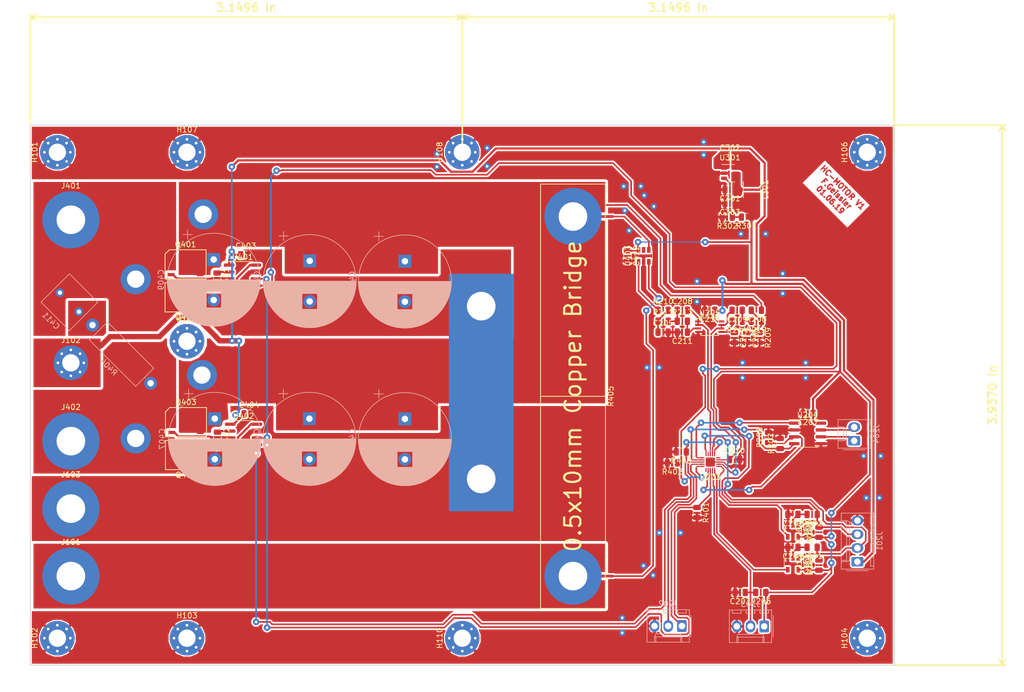
<source format=kicad_pcb>
(kicad_pcb (version 20171130) (host pcbnew 5.0.2+dfsg1-1~bpo9+1)
  (layers (0 F.Cu signal) (31 B.Cu signal) (34 B.Paste user) (35 F.Paste user) (36 B.SilkS user) (37 F.SilkS user) (38 B.Mask user) (39 F.Mask user hide) (44 Edge.Cuts user))
  (net 0 "")
  (net 1 GND)
  (net 2 "Net-(C201-Pad1)")
  (net 3 "Net-(C202-Pad1)")
  (net 4 /Controller/~RESET)
  (net 5 +3V3)
  (net 6 "Net-(C205-Pad1)")
  (net 7 "Net-(C206-Pad1)")
  (net 8 /Controller/ADC_CURRENT)
  (net 9 "Net-(C208-Pad1)")
  (net 10 /Controller/ADC_VOLTAGE)
  (net 11 "Net-(C209-Pad1)")
  (net 12 "Net-(C211-Pad1)")
  (net 13 "Net-(C212-Pad1)")
  (net 14 +12V)
  (net 15 "Net-(C302-Pad1)")
  (net 16 "Net-(C302-Pad2)")
  (net 17 "Net-(C401-Pad2)")
  (net 18 "Net-(C401-Pad1)")
  (net 19 "Net-(C402-Pad1)")
  (net 20 "Net-(C402-Pad2)")
  (net 21 +24V)
  (net 22 /Controller/ROT_A)
  (net 23 /Controller/ROT_B)
  (net 24 /Controller/GPIO_B0)
  (net 25 /Controller/GPIO_B1)
  (net 26 "Net-(J204-Pad2)")
  (net 27 "Net-(J204-Pad1)")
  (net 28 "Net-(Q401-Pad2)")
  (net 29 "Net-(Q402-Pad2)")
  (net 30 "Net-(Q403-Pad2)")
  (net 31 "Net-(Q404-Pad2)")
  (net 32 /Controller/RXD)
  (net 33 /Controller/TXD)
  (net 34 /Controller/BR_CURRENT)
  (net 35 "Net-(R301-Pad2)")
  (net 36 /Controller/BR_EN)
  (net 37 /Controller/PWM)
  (net 38 /Controller/~PWM)
  (net 39 "Net-(R405-Pad2)")
  (net 40 "Net-(R405-Pad3)")
  (net 41 "Net-(TP201-Pad1)")
  (net 42 "Net-(TP202-Pad1)")
  (net 43 "Net-(TP203-Pad1)")
  (net 44 /Controller/ROT_A_EDGE)
  (net 45 /Controller/ROT_B_EDGE)
  (net 46 /Controller/TX_EN)
  (net 47 /Controller/VRAIL)
  (net 48 "Net-(C411-Pad2)")
  (module MountingHole:MountingHole_3.2mm_M3_Pad_Via (layer F.Cu) (at 94 90)
    (fp_text reference H109 (at 0 -4.2) (layer F.SilkS))
    (fp_text value HS)
    (pad 1 thru_hole circle (at 1.697056 -1.697056) (size 0.8 0.8) (drill 0.5) (layers *.Cu *.Mask) (net 1 GND))
    (pad 1 thru_hole circle (at 0 -2.4) (size 0.8 0.8) (drill 0.5) (layers *.Cu *.Mask) (net 1 GND))
    (pad 1 thru_hole circle (at -1.697056 -1.697056) (size 0.8 0.8) (drill 0.5) (layers *.Cu *.Mask) (net 1 GND))
    (pad 1 thru_hole circle (at -2.4 0) (size 0.8 0.8) (drill 0.5) (layers *.Cu *.Mask) (net 1 GND))
    (pad 1 thru_hole circle (at -1.697056 1.697056) (size 0.8 0.8) (drill 0.5) (layers *.Cu *.Mask) (net 1 GND))
    (pad 1 thru_hole circle (at 0 2.4) (size 0.8 0.8) (drill 0.5) (layers *.Cu *.Mask) (net 1 GND))
    (pad 1 thru_hole circle (at 1.697056 1.697056) (size 0.8 0.8) (drill 0.5) (layers *.Cu *.Mask) (net 1 GND))
    (pad 1 thru_hole circle (at 2.4 0) (size 0.8 0.8) (drill 0.5) (layers *.Cu *.Mask) (net 1 GND))
    (pad 1 thru_hole circle (at 0 0) (size 6.4 6.4) (drill 3.2) (layers *.Cu *.Mask) (net 1 GND) (clearance 0.5))
  )
  (module Capacitor_SMD:C_0805_2012Metric (layer F.Cu) (at 99.66 107.776 270)
    (fp_text reference C402 (at 0 -1.65 270) (layer F.SilkS))
    (fp_text value 1u/25V)
    (pad 1 smd roundrect (at -0.9375 0 270) (size 0.975 1.4) (layers F.Cu F.Paste F.Mask) (net 19 "Net-(C402-Pad1)"))
    (pad 2 smd roundrect (at 0.9375 0 270) (size 0.975 1.4) (layers F.Cu F.Paste F.Mask) (net 20 "Net-(C402-Pad2)"))
  )
  (module Capacitor_SMD:C_0805_2012Metric (layer F.Cu) (at 206.236 128.167 180)
    (fp_text reference C201 (at 0 -1.65 180) (layer F.SilkS))
    (fp_text value 100p)
    (pad 2 smd roundrect (at 0.9375 0 180) (size 0.975 1.4) (layers F.Cu F.Paste F.Mask) (net 1 GND))
    (pad 1 smd roundrect (at -0.9375 0 180) (size 0.975 1.4) (layers F.Cu F.Paste F.Mask) (net 2 "Net-(C201-Pad1)"))
  )
  (module Capacitor_SMD:C_0805_2012Metric (layer F.Cu) (at 206.236 122.071 180)
    (fp_text reference C202 (at 0 -1.65 180) (layer F.SilkS))
    (fp_text value 100p)
    (pad 1 smd roundrect (at -0.9375 0 180) (size 0.975 1.4) (layers F.Cu F.Paste F.Mask) (net 3 "Net-(C202-Pad1)"))
    (pad 2 smd roundrect (at 0.9375 0 180) (size 0.975 1.4) (layers F.Cu F.Paste F.Mask) (net 1 GND))
  )
  (module Capacitor_SMD:C_0805_2012Metric (layer F.Cu) (at 196.469 136.525 180)
    (fp_text reference C203 (at 0 -1.65 180) (layer F.SilkS))
    (fp_text value 1n)
    (pad 2 smd roundrect (at 0.9375 0 180) (size 0.975 1.4) (layers F.Cu F.Paste F.Mask) (net 1 GND))
    (pad 1 smd roundrect (at -0.9375 0 180) (size 0.975 1.4) (layers F.Cu F.Paste F.Mask) (net 4 /Controller/~RESET))
  )
  (module Capacitor_SMD:C_0805_2012Metric (layer F.Cu) (at 209.03 125.373 90)
    (fp_text reference C204 (at 0 -1.65 90) (layer F.SilkS))
    (fp_text value 100n)
    (pad 1 smd roundrect (at -0.9375 0 90) (size 0.975 1.4) (layers F.Cu F.Paste F.Mask) (net 5 +3V3))
    (pad 2 smd roundrect (at 0.9375 0 90) (size 0.975 1.4) (layers F.Cu F.Paste F.Mask) (net 1 GND))
  )
  (module Capacitor_SMD:C_0805_2012Metric (layer F.Cu) (at 182.192 88.322)
    (fp_text reference C205 (at 0 -1.65) (layer F.SilkS))
    (fp_text value 2n2)
    (pad 2 smd roundrect (at 0.9375 0) (size 0.975 1.4) (layers F.Cu F.Paste F.Mask) (net 1 GND))
    (pad 1 smd roundrect (at -0.9375 0) (size 0.975 1.4) (layers F.Cu F.Paste F.Mask) (net 6 "Net-(C205-Pad1)"))
  )
  (module Capacitor_SMD:C_0805_2012Metric (layer F.Cu) (at 197.686 89.338 270)
    (fp_text reference C206 (at 0 -1.65 270) (layer F.SilkS))
    (fp_text value 2n2)
    (pad 1 smd roundrect (at -0.9375 0 270) (size 0.975 1.4) (layers F.Cu F.Paste F.Mask) (net 7 "Net-(C206-Pad1)"))
    (pad 2 smd roundrect (at 0.9375 0 270) (size 0.975 1.4) (layers F.Cu F.Paste F.Mask) (net 1 GND))
  )
  (module Capacitor_SMD:C_0805_2012Metric (layer F.Cu) (at 209.0245 103.356 180)
    (fp_text reference C207 (at 0 -1.65 180) (layer F.SilkS))
    (fp_text value 100n)
    (pad 1 smd roundrect (at -0.9375 0 180) (size 0.975 1.4) (layers F.Cu F.Paste F.Mask) (net 5 +3V3))
    (pad 2 smd roundrect (at 0.9375 0 180) (size 0.975 1.4) (layers F.Cu F.Paste F.Mask) (net 1 GND))
  )
  (module Capacitor_SMD:C_0805_2012Metric (layer F.Cu) (at 185.748 84.258)
    (fp_text reference C208 (at 0 -1.65) (layer F.SilkS))
    (fp_text value 1n)
    (pad 2 smd roundrect (at 0.9375 0) (size 0.975 1.4) (layers F.Cu F.Paste F.Mask) (net 8 /Controller/ADC_CURRENT))
    (pad 1 smd roundrect (at -0.9375 0) (size 0.975 1.4) (layers F.Cu F.Paste F.Mask) (net 9 "Net-(C208-Pad1)"))
  )
  (module Capacitor_SMD:C_0805_2012Metric (layer F.Cu) (at 195.908 84.258 180)
    (fp_text reference C209 (at 0 -1.65 180) (layer F.SilkS))
    (fp_text value 1n)
    (pad 2 smd roundrect (at 0.9375 0 180) (size 0.975 1.4) (layers F.Cu F.Paste F.Mask) (net 10 /Controller/ADC_VOLTAGE))
    (pad 1 smd roundrect (at -0.9375 0 180) (size 0.975 1.4) (layers F.Cu F.Paste F.Mask) (net 11 "Net-(C209-Pad1)"))
  )
  (module Capacitor_SMD:C_0805_2012Metric (layer F.Cu) (at 195.438 111.908)
    (fp_text reference C210 (at 0 -1.65) (layer F.SilkS))
    (fp_text value 100n)
    (pad 2 smd roundrect (at 0.9375 0) (size 0.975 1.4) (layers F.Cu F.Paste F.Mask) (net 1 GND))
    (pad 1 smd roundrect (at -0.9375 0) (size 0.975 1.4) (layers F.Cu F.Paste F.Mask) (net 5 +3V3))
  )
  (module Capacitor_SMD:C_0805_2012Metric (layer F.Cu) (at 185.748 88.322 180)
    (fp_text reference C211 (at 0 -1.65 180) (layer F.SilkS))
    (fp_text value 150p)
    (pad 1 smd roundrect (at -0.9375 0 180) (size 0.975 1.4) (layers F.Cu F.Paste F.Mask) (net 12 "Net-(C211-Pad1)"))
    (pad 2 smd roundrect (at 0.9375 0 180) (size 0.975 1.4) (layers F.Cu F.Paste F.Mask) (net 1 GND))
  )
  (module Capacitor_SMD:C_0805_2012Metric (layer F.Cu) (at 195.4 89.338 270)
    (fp_text reference C212 (at 0 -1.65 270) (layer F.SilkS))
    (fp_text value 150p)
    (pad 2 smd roundrect (at 0.9375 0 270) (size 0.975 1.4) (layers F.Cu F.Paste F.Mask) (net 1 GND))
    (pad 1 smd roundrect (at -0.9375 0 270) (size 0.975 1.4) (layers F.Cu F.Paste F.Mask) (net 13 "Net-(C212-Pad1)"))
  )
  (module Capacitor_SMD:C_0805_2012Metric (layer F.Cu) (at 209.03 131.469 90)
    (fp_text reference C213 (at 0 -1.65 90) (layer F.SilkS))
    (fp_text value 100n)
    (pad 1 smd roundrect (at -0.9375 0 90) (size 0.975 1.4) (layers F.Cu F.Paste F.Mask) (net 5 +3V3))
    (pad 2 smd roundrect (at 0.9375 0 90) (size 0.975 1.4) (layers F.Cu F.Paste F.Mask) (net 1 GND))
  )
  (module Capacitor_SMD:C_0805_2012Metric (layer F.Cu) (at 190.828 84.258 180)
    (fp_text reference C214 (at 0 -1.65 180) (layer F.SilkS))
    (fp_text value 100n)
    (pad 2 smd roundrect (at 0.9375 0 180) (size 0.975 1.4) (layers F.Cu F.Paste F.Mask) (net 1 GND))
    (pad 1 smd roundrect (at -0.9375 0 180) (size 0.975 1.4) (layers F.Cu F.Paste F.Mask) (net 5 +3V3))
  )
  (module Capacitor_SMD:C_0805_2012Metric (layer F.Cu) (at 194.574 55.826)
    (fp_text reference C302 (at 0 -1.65) (layer F.SilkS))
    (fp_text value 100n/C0G)
    (pad 1 smd roundrect (at -0.9375 0) (size 0.975 1.4) (layers F.Cu F.Paste F.Mask) (net 15 "Net-(C302-Pad1)"))
    (pad 2 smd roundrect (at 0.9375 0) (size 0.975 1.4) (layers F.Cu F.Paste F.Mask) (net 16 "Net-(C302-Pad2)"))
  )
  (module Capacitor_THT:CP_Radial_D17.0mm_P7.50mm (layer B.Cu) (at 99.152 104.34 270)
    (fp_text reference C407 (at 3.75 9.75 270) (layer B.SilkS) (effects (justify mirror)))
    (fp_text value "1000u/63V/Low ESR")
    (pad 2 thru_hole circle (at 7.5 0 270) (size 2.4 2.4) (drill 1.2) (layers *.Cu *.Mask) (net 1 GND))
    (pad 1 thru_hole rect (at 0 0 270) (size 2.4 2.4) (drill 1.2) (layers *.Cu *.Mask) (net 47 /Controller/VRAIL))
  )
  (module Capacitor_THT:CP_Radial_D17.0mm_P7.50mm (layer B.Cu) (at 116.678 104.34 270)
    (fp_text reference C408 (at 3.75 9.75 270) (layer B.SilkS) (effects (justify mirror)))
    (fp_text value "1000u/63V/Low ESR")
    (pad 1 thru_hole rect (at 0 0 270) (size 2.4 2.4) (drill 1.2) (layers *.Cu *.Mask) (net 47 /Controller/VRAIL))
    (pad 2 thru_hole circle (at 7.5 0 270) (size 2.4 2.4) (drill 1.2) (layers *.Cu *.Mask) (net 1 GND))
  )
  (module Capacitor_THT:CP_Radial_D17.0mm_P7.50mm (layer B.Cu) (at 98.952 74.868 270)
    (fp_text reference C409 (at 3.75 9.75 270) (layer B.SilkS) (effects (justify mirror)))
    (fp_text value "1000u/63V/Low ESR")
    (pad 2 thru_hole circle (at 7.5 0 270) (size 2.4 2.4) (drill 1.2) (layers *.Cu *.Mask) (net 1 GND))
    (pad 1 thru_hole rect (at 0 0 270) (size 2.4 2.4) (drill 1.2) (layers *.Cu *.Mask) (net 47 /Controller/VRAIL))
  )
  (module Capacitor_THT:CP_Radial_D17.0mm_P7.50mm (layer B.Cu) (at 116.732 75.122 270)
    (fp_text reference C410 (at 3.75 9.75 270) (layer B.SilkS) (effects (justify mirror)))
    (fp_text value "1000u/63V/Low ESR")
    (pad 1 thru_hole rect (at 0 0 270) (size 2.4 2.4) (drill 1.2) (layers *.Cu *.Mask) (net 47 /Controller/VRAIL))
    (pad 2 thru_hole circle (at 7.5 0 270) (size 2.4 2.4) (drill 1.2) (layers *.Cu *.Mask) (net 1 GND))
  )
  (module Capacitor_THT:C_Rect_L7.2mm_W7.2mm_P5.00mm_FKS2_FKP2_MKS2_MKP2 (layer B.Cu) (at 70.464466 81 315)
    (fp_text reference C411 (at 2.5 4.85 315) (layer B.SilkS) (effects (justify mirror)))
    (fp_text value 47n)
    (pad 1 thru_hole circle (at 0 0 315) (size 1.6 1.6) (drill 0.8) (layers *.Cu *.Mask) (net 17 "Net-(C401-Pad2)"))
    (pad 2 thru_hole circle (at 5 0 315) (size 1.6 1.6) (drill 0.8) (layers *.Cu *.Mask) (net 48 "Net-(C411-Pad2)"))
  )
  (module Capacitor_SMD:C_0805_2012Metric (layer F.Cu) (at 175.594 74.182 270)
    (fp_text reference C412 (at 0 -1.65 270) (layer F.SilkS))
    (fp_text value 100n)
    (pad 1 smd roundrect (at -0.9375 0 270) (size 0.975 1.4) (layers F.Cu F.Paste F.Mask) (net 5 +3V3))
    (pad 2 smd roundrect (at 0.9375 0 270) (size 0.975 1.4) (layers F.Cu F.Paste F.Mask) (net 1 GND))
  )
  (module MountingHole:MountingHole_5.3mm_M5_Pad (layer F.Cu) (at 72.5 133.5)
    (fp_text reference J101 (at 0 -6.3) (layer F.SilkS))
    (fp_text value 24V)
    (pad 1 thru_hole circle (at 0 0) (size 10.6 10.6) (drill 5.3) (layers *.Cu *.Mask) (net 21 +24V) (clearance 1))
  )
  (module MountingHole:MountingHole_3.2mm_M3_Pad_Via (layer F.Cu) (at 72.5 94)
    (fp_text reference J102 (at 0 -4.2) (layer F.SilkS))
    (fp_text value 12V)
    (pad 1 thru_hole circle (at 0 0) (size 6.4 6.4) (drill 3.2) (layers *.Cu *.Mask) (net 14 +12V) (clearance 1))
    (pad 1 thru_hole circle (at 2.4 0) (size 0.8 0.8) (drill 0.5) (layers *.Cu *.Mask) (net 14 +12V))
    (pad 1 thru_hole circle (at 1.697056 1.697056) (size 0.8 0.8) (drill 0.5) (layers *.Cu *.Mask) (net 14 +12V))
    (pad 1 thru_hole circle (at 0 2.4) (size 0.8 0.8) (drill 0.5) (layers *.Cu *.Mask) (net 14 +12V))
    (pad 1 thru_hole circle (at -1.697056 1.697056) (size 0.8 0.8) (drill 0.5) (layers *.Cu *.Mask) (net 14 +12V))
    (pad 1 thru_hole circle (at -2.4 0) (size 0.8 0.8) (drill 0.5) (layers *.Cu *.Mask) (net 14 +12V))
    (pad 1 thru_hole circle (at -1.697056 -1.697056) (size 0.8 0.8) (drill 0.5) (layers *.Cu *.Mask) (net 14 +12V))
    (pad 1 thru_hole circle (at 0 -2.4) (size 0.8 0.8) (drill 0.5) (layers *.Cu *.Mask) (net 14 +12V))
    (pad 1 thru_hole circle (at 1.697056 -1.697056) (size 0.8 0.8) (drill 0.5) (layers *.Cu *.Mask) (net 14 +12V))
  )
  (module MountingHole:MountingHole_5.3mm_M5_Pad (layer F.Cu) (at 72.5 121)
    (fp_text reference J103 (at 0 -6.3) (layer F.SilkS))
    (fp_text value GND)
    (pad 1 thru_hole circle (at 0 0) (size 10.6 10.6) (drill 5.3) (layers *.Cu *.Mask) (net 1 GND))
  )
  (module Connector_Molex:Molex_KK-254_AE-6410-04A_1x04_P2.54mm_Vertical (layer B.Cu) (at 218.174 130.834 90)
    (fp_text reference J201 (at 3.81 4.12 90) (layer B.SilkS) (effects (justify mirror)))
    (fp_text value Encoder)
    (pad 1 thru_hole roundrect (at 0 0 90) (size 1.74 2.2) (drill 1.2) (layers *.Cu *.Mask) (roundrect_rratio 0.143678) (net 14 +12V))
    (pad 2 thru_hole oval (at 2.54 0 90) (size 1.74 2.2) (drill 1.2) (layers *.Cu *.Mask) (net 22 /Controller/ROT_A))
    (pad 3 thru_hole oval (at 5.08 0 90) (size 1.74 2.2) (drill 1.2) (layers *.Cu *.Mask) (net 23 /Controller/ROT_B))
    (pad 4 thru_hole oval (at 7.62 0 90) (size 1.74 2.2) (drill 1.2) (layers *.Cu *.Mask) (net 1 GND))
  )
  (module Connector_Molex:Molex_KK-254_AE-6410-03A_1x03_P2.54mm_Vertical (layer B.Cu) (at 185.674 142.748 180)
    (fp_text reference J202 (at 2.54 4.12 180) (layer B.SilkS) (effects (justify mirror)))
    (fp_text value GPIO)
    (pad 1 thru_hole roundrect (at 0 0 180) (size 1.74 2.2) (drill 1.2) (layers *.Cu *.Mask) (roundrect_rratio 0.143678) (net 24 /Controller/GPIO_B0))
    (pad 2 thru_hole oval (at 2.54 0 180) (size 1.74 2.2) (drill 1.2) (layers *.Cu *.Mask) (net 25 /Controller/GPIO_B1))
    (pad 3 thru_hole oval (at 5.08 0 180) (size 1.74 2.2) (drill 1.2) (layers *.Cu *.Mask) (net 1 GND))
  )
  (module Connector_Molex:Molex_KK-254_AE-6410-02A_1x02_P2.54mm_Vertical (layer B.Cu) (at 217.582 108.436 90)
    (fp_text reference J204 (at 1.27 4.12 90) (layer B.SilkS) (effects (justify mirror)))
    (fp_text value Bus)
    (pad 2 thru_hole oval (at 2.54 0 90) (size 1.74 2.2) (drill 1.2) (layers *.Cu *.Mask) (net 26 "Net-(J204-Pad2)"))
    (pad 1 thru_hole roundrect (at 0 0 90) (size 1.74 2.2) (drill 1.2) (layers *.Cu *.Mask) (roundrect_rratio 0.143678) (net 27 "Net-(J204-Pad1)"))
  )
  (module MountingHole:MountingHole_5.3mm_M5_Pad (layer F.Cu) (at 72.5 67.5)
    (fp_text reference J401 (at 0 -6.3) (layer F.SilkS))
    (fp_text value MOTOR)
    (pad 1 thru_hole circle (at 0 0) (size 10.6 10.6) (drill 5.3) (layers *.Cu *.Mask) (net 17 "Net-(C401-Pad2)") (clearance 1))
  )
  (module MountingHole:MountingHole_5.3mm_M5_Pad (layer F.Cu) (at 72.5 108.5)
    (fp_text reference J402 (at 0 -6.3) (layer F.SilkS))
    (fp_text value ~MOTOR)
    (pad 1 thru_hole circle (at 0 0) (size 10.6 10.6) (drill 5.3) (layers *.Cu *.Mask) (net 20 "Net-(C402-Pad2)") (clearance 1))
  )
  (module Inductor_SMD:L_Taiyo-Yuden_NR-30xx (layer F.Cu) (at 198.638 61.922 270)
    (fp_text reference L301 (at 0 -2.5 270) (layer F.SilkS))
    (fp_text value NR3010T220M)
    (pad 1 smd rect (at -1.1 0 270) (size 0.8 2.9) (layers F.Cu F.Paste F.Mask) (net 16 "Net-(C302-Pad2)"))
    (pad 2 smd rect (at 1.1 0 270) (size 0.8 2.9) (layers F.Cu F.Paste F.Mask) (net 5 +3V3))
  )
  (module handcart-footprints:PowerDI5060-8_SGD (layer F.Cu) (at 93.745 75.764 270)
    (fp_text reference Q401 (at -3.705 0) (layer F.SilkS))
    (fp_text value DMTH6002LPS)
    (pad 3 smd rect (at -1.905 -2.67 270) (size 0.6 1.27) (layers F.Cu F.Paste F.Mask) (net 47 /Controller/VRAIL))
    (pad 1 smd rect (at -1.905 2.67 270) (size 0.6 1.27) (layers F.Cu F.Paste F.Mask) (net 17 "Net-(C401-Pad2)"))
    (pad 3 smd rect (at -0.635 -2.67 270) (size 0.6 1.27) (layers F.Cu F.Paste F.Mask) (net 47 /Controller/VRAIL))
    (pad 1 smd rect (at -0.635 2.67 270) (size 0.6 1.27) (layers F.Cu F.Paste F.Mask) (net 17 "Net-(C401-Pad2)"))
    (pad 3 smd rect (at 0.635 -2.67 270) (size 0.6 1.27) (layers F.Cu F.Paste F.Mask) (net 47 /Controller/VRAIL))
    (pad 1 smd rect (at 0.635 2.67 270) (size 0.6 1.27) (layers F.Cu F.Paste F.Mask) (net 17 "Net-(C401-Pad2)"))
    (pad 3 smd rect (at 1.905 -2.67 270) (size 0.6 1.27) (layers F.Cu F.Paste F.Mask) (net 47 /Controller/VRAIL))
    (pad 2 smd rect (at 1.905 2.67 270) (size 0.6 1.27) (layers F.Cu F.Paste F.Mask) (net 28 "Net-(Q401-Pad2)"))
    (pad 3 smd rect (at 0 -0.635 270) (size 3.91 3.81) (layers F.Cu F.Paste F.Mask) (net 47 /Controller/VRAIL))
  )
  (module handcart-footprints:PowerDI5060-8_SGD (layer F.Cu) (at 93.745 81.86 90)
    (fp_text reference Q402 (at -3.705 0 180) (layer F.SilkS))
    (fp_text value DMTH6002LPS)
    (pad 3 smd rect (at 0 -0.635 90) (size 3.91 3.81) (layers F.Cu F.Paste F.Mask) (net 17 "Net-(C401-Pad2)"))
    (pad 2 smd rect (at 1.905 2.67 90) (size 0.6 1.27) (layers F.Cu F.Paste F.Mask) (net 29 "Net-(Q402-Pad2)"))
    (pad 3 smd rect (at 1.905 -2.67 90) (size 0.6 1.27) (layers F.Cu F.Paste F.Mask) (net 17 "Net-(C401-Pad2)"))
    (pad 1 smd rect (at 0.635 2.67 90) (size 0.6 1.27) (layers F.Cu F.Paste F.Mask) (net 1 GND))
    (pad 3 smd rect (at 0.635 -2.67 90) (size 0.6 1.27) (layers F.Cu F.Paste F.Mask) (net 17 "Net-(C401-Pad2)"))
    (pad 1 smd rect (at -0.635 2.67 90) (size 0.6 1.27) (layers F.Cu F.Paste F.Mask) (net 1 GND))
    (pad 3 smd rect (at -0.635 -2.67 90) (size 0.6 1.27) (layers F.Cu F.Paste F.Mask) (net 17 "Net-(C401-Pad2)"))
    (pad 1 smd rect (at -1.905 2.67 90) (size 0.6 1.27) (layers F.Cu F.Paste F.Mask) (net 1 GND))
    (pad 3 smd rect (at -1.905 -2.67 90) (size 0.6 1.27) (layers F.Cu F.Paste F.Mask) (net 17 "Net-(C401-Pad2)"))
  )
  (module handcart-footprints:PowerDI5060-8_SGD (layer F.Cu) (at 93.818 104.982 270)
    (fp_text reference Q403 (at -3.705 0) (layer F.SilkS))
    (fp_text value DMTH6002LPS)
    (pad 3 smd rect (at -1.905 -2.67 270) (size 0.6 1.27) (layers F.Cu F.Paste F.Mask) (net 47 /Controller/VRAIL))
    (pad 1 smd rect (at -1.905 2.67 270) (size 0.6 1.27) (layers F.Cu F.Paste F.Mask) (net 20 "Net-(C402-Pad2)"))
    (pad 3 smd rect (at -0.635 -2.67 270) (size 0.6 1.27) (layers F.Cu F.Paste F.Mask) (net 47 /Controller/VRAIL))
    (pad 1 smd rect (at -0.635 2.67 270) (size 0.6 1.27) (layers F.Cu F.Paste F.Mask) (net 20 "Net-(C402-Pad2)"))
    (pad 3 smd rect (at 0.635 -2.67 270) (size 0.6 1.27) (layers F.Cu F.Paste F.Mask) (net 47 /Controller/VRAIL))
    (pad 1 smd rect (at 0.635 2.67 270) (size 0.6 1.27) (layers F.Cu F.Paste F.Mask) (net 20 "Net-(C402-Pad2)"))
    (pad 3 smd rect (at 1.905 -2.67 270) (size 0.6 1.27) (layers F.Cu F.Paste F.Mask) (net 47 /Controller/VRAIL))
    (pad 2 smd rect (at 1.905 2.67 270) (size 0.6 1.27) (layers F.Cu F.Paste F.Mask) (net 30 "Net-(Q403-Pad2)"))
    (pad 3 smd rect (at 0 -0.635 270) (size 3.91 3.81) (layers F.Cu F.Paste F.Mask) (net 47 /Controller/VRAIL))
  )
  (module handcart-footprints:PowerDI5060-8_SGD (layer F.Cu) (at 93.818 111.078 90)
    (fp_text reference Q404 (at -3.705 0 180) (layer F.SilkS))
    (fp_text value DMTH6002LPS)
    (pad 3 smd rect (at 0 -0.635 90) (size 3.91 3.81) (layers F.Cu F.Paste F.Mask) (net 20 "Net-(C402-Pad2)"))
    (pad 2 smd rect (at 1.905 2.67 90) (size 0.6 1.27) (layers F.Cu F.Paste F.Mask) (net 31 "Net-(Q404-Pad2)"))
    (pad 3 smd rect (at 1.905 -2.67 90) (size 0.6 1.27) (layers F.Cu F.Paste F.Mask) (net 20 "Net-(C402-Pad2)"))
    (pad 1 smd rect (at 0.635 2.67 90) (size 0.6 1.27) (layers F.Cu F.Paste F.Mask) (net 1 GND))
    (pad 3 smd rect (at 0.635 -2.67 90) (size 0.6 1.27) (layers F.Cu F.Paste F.Mask) (net 20 "Net-(C402-Pad2)"))
    (pad 1 smd rect (at -0.635 2.67 90) (size 0.6 1.27) (layers F.Cu F.Paste F.Mask) (net 1 GND))
    (pad 3 smd rect (at -0.635 -2.67 90) (size 0.6 1.27) (layers F.Cu F.Paste F.Mask) (net 20 "Net-(C402-Pad2)"))
    (pad 1 smd rect (at -1.905 2.67 90) (size 0.6 1.27) (layers F.Cu F.Paste F.Mask) (net 1 GND))
    (pad 3 smd rect (at -1.905 -2.67 90) (size 0.6 1.27) (layers F.Cu F.Paste F.Mask) (net 20 "Net-(C402-Pad2)"))
  )
  (module Resistor_SMD:R_0805_2012Metric (layer F.Cu) (at 209.792 128.167 180)
    (fp_text reference R201 (at 0 -1.65 180) (layer F.SilkS))
    (fp_text value 100k)
    (pad 1 smd roundrect (at -0.9375 0 180) (size 0.975 1.4) (layers F.Cu F.Paste F.Mask) (net 22 /Controller/ROT_A))
    (pad 2 smd roundrect (at 0.9375 0 180) (size 0.975 1.4) (layers F.Cu F.Paste F.Mask) (net 2 "Net-(C201-Pad1)"))
  )
  (module Resistor_SMD:R_0805_2012Metric (layer F.Cu) (at 209.792 122.071 180)
    (fp_text reference R202 (at 0 -1.65 180) (layer F.SilkS))
    (fp_text value 100k)
    (pad 1 smd roundrect (at -0.9375 0 180) (size 0.975 1.4) (layers F.Cu F.Paste F.Mask) (net 23 /Controller/ROT_B))
    (pad 2 smd roundrect (at 0.9375 0 180) (size 0.975 1.4) (layers F.Cu F.Paste F.Mask) (net 3 "Net-(C202-Pad1)"))
  )
  (module Resistor_SMD:R_0805_2012Metric (layer F.Cu) (at 211.062 125.373 90)
    (fp_text reference R203 (at 0 -1.65 90) (layer F.SilkS))
    (fp_text value 4k7)
    (pad 1 smd roundrect (at -0.9375 0 90) (size 0.975 1.4) (layers F.Cu F.Paste F.Mask) (net 5 +3V3))
    (pad 2 smd roundrect (at 0.9375 0 90) (size 0.975 1.4) (layers F.Cu F.Paste F.Mask) (net 23 /Controller/ROT_B))
  )
  (module Resistor_SMD:R_0805_2012Metric (layer F.Cu) (at 211.062 131.469 90)
    (fp_text reference R204 (at 0 -1.65 90) (layer F.SilkS))
    (fp_text value 4k7)
    (pad 2 smd roundrect (at 0.9375 0 90) (size 0.975 1.4) (layers F.Cu F.Paste F.Mask) (net 22 /Controller/ROT_A))
    (pad 1 smd roundrect (at -0.9375 0 90) (size 0.975 1.4) (layers F.Cu F.Paste F.Mask) (net 5 +3V3))
  )
  (module Resistor_SMD:R_0805_2012Metric (layer F.Cu) (at 200.279 136.525 180)
    (fp_text reference R205 (at 0 -1.65 180) (layer F.SilkS))
    (fp_text value 4k7)
    (pad 1 smd roundrect (at -0.9375 0 180) (size 0.975 1.4) (layers F.Cu F.Paste F.Mask) (net 5 +3V3))
    (pad 2 smd roundrect (at 0.9375 0 180) (size 0.975 1.4) (layers F.Cu F.Paste F.Mask) (net 4 /Controller/~RESET))
  )
  (module Resistor_SMD:R_0805_2012Metric (layer F.Cu) (at 201.7395 107.823 90)
    (fp_text reference R206 (at 0 -1.65 90) (layer F.SilkS))
    (fp_text value 47k)
    (pad 2 smd roundrect (at 0.9375 0 90) (size 0.975 1.4) (layers F.Cu F.Paste F.Mask) (net 1 GND))
    (pad 1 smd roundrect (at -0.9375 0 90) (size 0.975 1.4) (layers F.Cu F.Paste F.Mask) (net 46 /Controller/TX_EN))
  )
  (module Resistor_SMD:R_0805_2012Metric (layer F.Cu) (at 203.866 108.944 90)
    (fp_text reference R207 (at 0 -1.65 90) (layer F.SilkS))
    (fp_text value 47k)
    (pad 1 smd roundrect (at -0.9375 0 90) (size 0.975 1.4) (layers F.Cu F.Paste F.Mask) (net 33 /Controller/TXD))
    (pad 2 smd roundrect (at 0.9375 0 90) (size 0.975 1.4) (layers F.Cu F.Paste F.Mask) (net 1 GND))
  )
  (module Resistor_SMD:R_0805_2012Metric (layer F.Cu) (at 199.464 84.258 180)
    (fp_text reference R208 (at 0 -1.65 180) (layer F.SilkS))
    (fp_text value 390k)
    (pad 2 smd roundrect (at 0.9375 0 180) (size 0.975 1.4) (layers F.Cu F.Paste F.Mask) (net 7 "Net-(C206-Pad1)"))
    (pad 1 smd roundrect (at -0.9375 0 180) (size 0.975 1.4) (layers F.Cu F.Paste F.Mask) (net 47 /Controller/VRAIL))
  )
  (module Resistor_SMD:R_0805_2012Metric (layer F.Cu) (at 199.972 89.338 270)
    (fp_text reference R209 (at 0 -1.65 270) (layer F.SilkS))
    (fp_text value 14k)
    (pad 1 smd roundrect (at -0.9375 0 270) (size 0.975 1.4) (layers F.Cu F.Paste F.Mask) (net 7 "Net-(C206-Pad1)"))
    (pad 2 smd roundrect (at 0.9375 0 270) (size 0.975 1.4) (layers F.Cu F.Paste F.Mask) (net 1 GND))
  )
  (module Resistor_SMD:R_0805_2012Metric (layer F.Cu) (at 182.192 84.258)
    (fp_text reference R210 (at 0 -1.65) (layer F.SilkS))
    (fp_text value 13k)
    (pad 1 smd roundrect (at -0.9375 0) (size 0.975 1.4) (layers F.Cu F.Paste F.Mask) (net 34 /Controller/BR_CURRENT))
    (pad 2 smd roundrect (at 0.9375 0) (size 0.975 1.4) (layers F.Cu F.Paste F.Mask) (net 6 "Net-(C205-Pad1)"))
  )
  (module Resistor_SMD:R_0805_2012Metric (layer F.Cu) (at 182.192 86.29)
    (fp_text reference R211 (at 0 -1.65) (layer F.SilkS))
    (fp_text value 110k)
    (pad 2 smd roundrect (at 0.9375 0) (size 0.975 1.4) (layers F.Cu F.Paste F.Mask) (net 9 "Net-(C208-Pad1)"))
    (pad 1 smd roundrect (at -0.9375 0) (size 0.975 1.4) (layers F.Cu F.Paste F.Mask) (net 6 "Net-(C205-Pad1)"))
  )
  (module Resistor_SMD:R_0805_2012Metric (layer F.Cu) (at 199.464 86.29 180)
    (fp_text reference R212 (at 0 -1.65 180) (layer F.SilkS))
    (fp_text value 110k)
    (pad 2 smd roundrect (at 0.9375 0 180) (size 0.975 1.4) (layers F.Cu F.Paste F.Mask) (net 11 "Net-(C209-Pad1)"))
    (pad 1 smd roundrect (at -0.9375 0 180) (size 0.975 1.4) (layers F.Cu F.Paste F.Mask) (net 7 "Net-(C206-Pad1)"))
  )
  (module Resistor_SMD:R_0805_2012Metric (layer F.Cu) (at 185.748 86.29)
    (fp_text reference R213 (at 0 -1.65) (layer F.SilkS))
    (fp_text value 39k)
    (pad 2 smd roundrect (at 0.9375 0) (size 0.975 1.4) (layers F.Cu F.Paste F.Mask) (net 12 "Net-(C211-Pad1)"))
    (pad 1 smd roundrect (at -0.9375 0) (size 0.975 1.4) (layers F.Cu F.Paste F.Mask) (net 9 "Net-(C208-Pad1)"))
  )
  (module Resistor_SMD:R_0805_2012Metric (layer F.Cu) (at 195.908 86.29 180)
    (fp_text reference R214 (at 0 -1.65 180) (layer F.SilkS))
    (fp_text value 39k)
    (pad 2 smd roundrect (at 0.9375 0 180) (size 0.975 1.4) (layers F.Cu F.Paste F.Mask) (net 13 "Net-(C212-Pad1)"))
    (pad 1 smd roundrect (at -0.9375 0 180) (size 0.975 1.4) (layers F.Cu F.Paste F.Mask) (net 11 "Net-(C209-Pad1)"))
  )
  (module Resistor_SMD:R_0805_2012Metric (layer F.Cu) (at 197.622 67.002 180)
    (fp_text reference R301 (at 0 -1.65 180) (layer F.SilkS))
    (fp_text value 62k)
    (pad 1 smd roundrect (at -0.9375 0 180) (size 0.975 1.4) (layers F.Cu F.Paste F.Mask) (net 5 +3V3))
    (pad 2 smd roundrect (at 0.9375 0 180) (size 0.975 1.4) (layers F.Cu F.Paste F.Mask) (net 35 "Net-(R301-Pad2)"))
  )
  (module Resistor_SMD:R_0805_2012Metric (layer F.Cu) (at 194.066 67.002 180)
    (fp_text reference R302 (at 0 -1.65 180) (layer F.SilkS))
    (fp_text value 27k)
    (pad 2 smd roundrect (at 0.9375 0 180) (size 0.975 1.4) (layers F.Cu F.Paste F.Mask) (net 1 GND))
    (pad 1 smd roundrect (at -0.9375 0 180) (size 0.975 1.4) (layers F.Cu F.Paste F.Mask) (net 35 "Net-(R301-Pad2)"))
  )
  (module Resistor_SMD:R_0805_2012Metric (layer F.Cu) (at 188.468 121.7295 270)
    (fp_text reference R401 (at 0 -1.65 270) (layer F.SilkS))
    (fp_text value 47k)
    (pad 1 smd roundrect (at -0.9375 0 270) (size 0.975 1.4) (layers F.Cu F.Paste F.Mask) (net 36 /Controller/BR_EN))
    (pad 2 smd roundrect (at 0.9375 0 270) (size 0.975 1.4) (layers F.Cu F.Paste F.Mask) (net 1 GND))
  )
  (module Resistor_SMD:R_0805_2012Metric (layer F.Cu) (at 183.896 112.522 180)
    (fp_text reference R402 (at 0 -1.65 180) (layer F.SilkS))
    (fp_text value 47k)
    (pad 1 smd roundrect (at -0.9375 0 180) (size 0.975 1.4) (layers F.Cu F.Paste F.Mask) (net 37 /Controller/PWM))
    (pad 2 smd roundrect (at 0.9375 0 180) (size 0.975 1.4) (layers F.Cu F.Paste F.Mask) (net 1 GND))
  )
  (module Resistor_SMD:R_0805_2012Metric (layer F.Cu) (at 185.547 110.49 180)
    (fp_text reference R403 (at 0 -1.65 180) (layer F.SilkS))
    (fp_text value 47k)
    (pad 2 smd roundrect (at 0.9375 0 180) (size 0.975 1.4) (layers F.Cu F.Paste F.Mask) (net 1 GND))
    (pad 1 smd roundrect (at -0.9375 0 180) (size 0.975 1.4) (layers F.Cu F.Paste F.Mask) (net 38 /Controller/~PWM))
  )
  (module handcart-footprints:PCB_Shunt_200uR (layer F.Cu) (at 165.5 100.200001 90)
    (fp_text reference R405 (at 0 7 90) (layer F.SilkS))
    (fp_text value 200uR)
    (fp_text user "0.5x10mm Copper Bridge" (at 0 0 90) (layer F.SilkS) (effects (font (size 3 3) (thickness 0.4))))
    (pad 1 thru_hole circle (at -33.299999 0 90) (size 10.6 10.6) (drill 5.3) (layers *.Cu *.Mask) (net 21 +24V))
    (pad 4 thru_hole circle (at 33.299999 0 90) (size 10.6 10.6) (drill 5.3) (layers *.Cu *.Mask) (net 47 /Controller/VRAIL))
    (pad 2 smd rect (at -33.3 5 90) (size 0.5 5) (layers F.Cu) (net 39 "Net-(R405-Pad2)"))
    (pad 3 smd rect (at 33.3 5 90) (size 0.5 5) (layers F.Cu) (net 40 "Net-(R405-Pad3)"))
  )
  (module Package_TO_SOT_SMD:SOT-23-5 (layer F.Cu) (at 206.236 131.215 270)
    (fp_text reference U201 (at 0 -2.9 270) (layer F.SilkS))
    (fp_text value SN74AHC1G86)
    (pad 5 smd rect (at 1.1 -0.95 270) (size 1.06 0.65) (layers F.Cu F.Paste F.Mask) (net 5 +3V3))
    (pad 4 smd rect (at 1.1 0.95 270) (size 1.06 0.65) (layers F.Cu F.Paste F.Mask) (net 44 /Controller/ROT_A_EDGE))
    (pad 3 smd rect (at -1.1 0.95 270) (size 1.06 0.65) (layers F.Cu F.Paste F.Mask) (net 1 GND))
    (pad 2 smd rect (at -1.1 0 270) (size 1.06 0.65) (layers F.Cu F.Paste F.Mask) (net 2 "Net-(C201-Pad1)"))
    (pad 1 smd rect (at -1.1 -0.95 270) (size 1.06 0.65) (layers F.Cu F.Paste F.Mask) (net 22 /Controller/ROT_A))
  )
  (module Package_TO_SOT_SMD:SOT-23-5 (layer F.Cu) (at 206.236 125.119 270)
    (fp_text reference U202 (at 0 -2.9 270) (layer F.SilkS))
    (fp_text value SN74AHC1G86)
    (pad 1 smd rect (at -1.1 -0.95 270) (size 1.06 0.65) (layers F.Cu F.Paste F.Mask) (net 23 /Controller/ROT_B))
    (pad 2 smd rect (at -1.1 0 270) (size 1.06 0.65) (layers F.Cu F.Paste F.Mask) (net 3 "Net-(C202-Pad1)"))
    (pad 3 smd rect (at -1.1 0.95 270) (size 1.06 0.65) (layers F.Cu F.Paste F.Mask) (net 1 GND))
    (pad 4 smd rect (at 1.1 0.95 270) (size 1.06 0.65) (layers F.Cu F.Paste F.Mask) (net 45 /Controller/ROT_B_EDGE))
    (pad 5 smd rect (at 1.1 -0.95 270) (size 1.06 0.65) (layers F.Cu F.Paste F.Mask) (net 5 +3V3))
  )
  (module Package_DFN_QFN:VQFN-20-1EP_3x3mm_P0.4mm_EP1.7x1.7mm (layer F.Cu) (at 190.938 112.38 180)
    (fp_text reference U203 (at 0 -2.8 180) (layer F.SilkS))
    (fp_text value ATtiny416-M)
    (pad 21 smd roundrect (at 0 0 180) (size 1.7 1.7) (layers F.Cu F.Mask) (roundrect_rratio 0.147059) (net 1 GND))
    (pad 1 smd custom (at -1.45 -0.8 180) (size 0.143431 0.143431) (layers F.Cu F.Paste F.Mask) (net 45 /Controller/ROT_B_EDGE) (options (clearance outline) (anchor circle)) (primitives (gr_poly (pts (xy -0.35 -0.05) (xy 0.299289 -0.05) (xy 0.35 0.000711) (xy 0.35 0.05) (xy -0.35 0.05)) (width 0.1))))
    (pad 2 smd roundrect (at -1.45 -0.4 180) (size 0.8 0.2) (layers F.Cu F.Paste F.Mask) (net 10 /Controller/ADC_VOLTAGE))
    (pad 3 smd roundrect (at -1.45 0 180) (size 0.8 0.2) (layers F.Cu F.Paste F.Mask) (net 1 GND))
    (pad 4 smd roundrect (at -1.45 0.4 180) (size 0.8 0.2) (layers F.Cu F.Paste F.Mask) (net 5 +3V3))
    (pad 5 smd custom (at -1.45 0.8 180) (size 0.143431 0.143431) (layers F.Cu F.Paste F.Mask) (net 43 "Net-(TP203-Pad1)") (options (clearance outline) (anchor circle)) (primitives (gr_poly (pts (xy -0.35 -0.05) (xy 0.35 -0.05) (xy 0.35 -0.000711) (xy 0.299289 0.05) (xy -0.35 0.05)) (width 0.1))))
    (pad 6 smd custom (at -0.8 1.45 180) (size 0.143431 0.143431) (layers F.Cu F.Paste F.Mask) (net 38 /Controller/~PWM) (options (clearance outline) (anchor circle)) (primitives (gr_poly (pts (xy -0.05 -0.299289) (xy 0.000711 -0.35) (xy 0.05 -0.35) (xy 0.05 0.35) (xy -0.05 0.35)) (width 0.1))))
    (pad 7 smd roundrect (at -0.4 1.45 180) (size 0.2 0.8) (layers F.Cu F.Paste F.Mask) (net 22 /Controller/ROT_A))
    (pad 8 smd roundrect (at 0 1.45 180) (size 0.2 0.8) (layers F.Cu F.Paste F.Mask) (net 8 /Controller/ADC_CURRENT))
    (pad 9 smd roundrect (at 0.4 1.45 180) (size 0.2 0.8) (layers F.Cu F.Paste F.Mask) (net 42 "Net-(TP202-Pad1)"))
    (pad 10 smd custom (at 0.8 1.45 180) (size 0.143431 0.143431) (layers F.Cu F.Paste F.Mask) (net 23 /Controller/ROT_B) (options (clearance outline) (anchor circle)) (primitives (gr_poly (pts (xy -0.05 -0.35) (xy -0.000711 -0.35) (xy 0.05 -0.299289) (xy 0.05 0.35) (xy -0.05 0.35)) (width 0.1))))
    (pad 11 smd custom (at 1.45 0.8 180) (size 0.143431 0.143431) (layers F.Cu F.Paste F.Mask) (net 32 /Controller/RXD) (options (clearance outline) (anchor circle)) (primitives (gr_poly (pts (xy -0.35 -0.05) (xy 0.35 -0.05) (xy 0.35 0.05) (xy -0.299289 0.05) (xy -0.35 -0.000711)) (width 0.1))))
    (pad 12 smd roundrect (at 1.45 0.4 180) (size 0.8 0.2) (layers F.Cu F.Paste F.Mask) (net 33 /Controller/TXD))
    (pad 13 smd roundrect (at 1.45 0 180) (size 0.8 0.2) (layers F.Cu F.Paste F.Mask) (net 25 /Controller/GPIO_B1))
    (pad 14 smd roundrect (at 1.45 -0.4 180) (size 0.8 0.2) (layers F.Cu F.Paste F.Mask) (net 24 /Controller/GPIO_B0))
    (pad 15 smd custom (at 1.45 -0.8 180) (size 0.143431 0.143431) (layers F.Cu F.Paste F.Mask) (net 37 /Controller/PWM) (options (clearance outline) (anchor circle)) (primitives (gr_poly (pts (xy -0.35 0.000711) (xy -0.299289 -0.05) (xy 0.35 -0.05) (xy 0.35 0.05) (xy -0.35 0.05)) (width 0.1))))
    (pad 16 smd custom (at 0.8 -1.45 180) (size 0.143431 0.143431) (layers F.Cu F.Paste F.Mask) (net 41 "Net-(TP201-Pad1)") (options (clearance outline) (anchor circle)) (primitives (gr_poly (pts (xy -0.05 -0.35) (xy 0.05 -0.35) (xy 0.05 0.299289) (xy -0.000711 0.35) (xy -0.05 0.35)) (width 0.1))))
    (pad 17 smd roundrect (at 0.4 -1.45 180) (size 0.2 0.8) (layers F.Cu F.Paste F.Mask) (net 46 /Controller/TX_EN))
    (pad 18 smd roundrect (at 0 -1.45 180) (size 0.2 0.8) (layers F.Cu F.Paste F.Mask) (net 36 /Controller/BR_EN))
    (pad 19 smd roundrect (at -0.4 -1.45 180) (size 0.2 0.8) (layers F.Cu F.Paste F.Mask) (net 4 /Controller/~RESET))
    (pad 20 smd custom (at -0.8 -1.45 180) (size 0.143431 0.143431) (layers F.Cu F.Paste F.Mask) (net 44 /Controller/ROT_A_EDGE) (options (clearance outline) (anchor circle)) (primitives (gr_poly (pts (xy -0.05 -0.35) (xy 0.05 -0.35) (xy 0.05 0.35) (xy 0.000711 0.35) (xy -0.05 0.299289)) (width 0.1))))
  )
  (module Package_SO:SOIC-8_3.9x4.9mm_P1.27mm (layer F.Cu) (at 208.954 107.068)
    (fp_text reference U204 (at 0 -3.4) (layer F.SilkS))
    (fp_text value ST3485)
    (pad 1 smd roundrect (at -2.475 -1.905) (size 1.95 0.6) (layers F.Cu F.Paste F.Mask) (net 32 /Controller/RXD))
    (pad 2 smd roundrect (at -2.475 -0.635) (size 1.95 0.6) (layers F.Cu F.Paste F.Mask) (net 1 GND))
    (pad 3 smd roundrect (at -2.475 0.635) (size 1.95 0.6) (layers F.Cu F.Paste F.Mask) (net 46 /Controller/TX_EN))
    (pad 4 smd roundrect (at -2.475 1.905) (size 1.95 0.6) (layers F.Cu F.Paste F.Mask) (net 33 /Controller/TXD))
    (pad 5 smd roundrect (at 2.475 1.905) (size 1.95 0.6) (layers F.Cu F.Paste F.Mask) (net 1 GND))
    (pad 6 smd roundrect (at 2.475 0.635) (size 1.95 0.6) (layers F.Cu F.Paste F.Mask) (net 27 "Net-(J204-Pad1)"))
    (pad 7 smd roundrect (at 2.475 -0.635) (size 1.95 0.6) (layers F.Cu F.Paste F.Mask) (net 26 "Net-(J204-Pad2)"))
    (pad 8 smd roundrect (at 2.475 -1.905) (size 1.95 0.6) (layers F.Cu F.Paste F.Mask) (net 5 +3V3))
  )
  (module Package_SO:TSSOP-8_3x3mm_P0.65mm (layer F.Cu) (at 190.828 87.306)
    (fp_text reference U205 (at 0 -2.55) (layer F.SilkS))
    (fp_text value TLV9062)
    (pad 1 smd rect (at -2.15 -0.975) (size 1.1 0.4) (layers F.Cu F.Paste F.Mask) (net 8 /Controller/ADC_CURRENT))
    (pad 2 smd rect (at -2.15 -0.325) (size 1.1 0.4) (layers F.Cu F.Paste F.Mask) (net 8 /Controller/ADC_CURRENT))
    (pad 3 smd rect (at -2.15 0.325) (size 1.1 0.4) (layers F.Cu F.Paste F.Mask) (net 12 "Net-(C211-Pad1)"))
    (pad 4 smd rect (at -2.15 0.975) (size 1.1 0.4) (layers F.Cu F.Paste F.Mask) (net 1 GND))
    (pad 5 smd rect (at 2.15 0.975) (size 1.1 0.4) (layers F.Cu F.Paste F.Mask) (net 13 "Net-(C212-Pad1)"))
    (pad 6 smd rect (at 2.15 0.325) (size 1.1 0.4) (layers F.Cu F.Paste F.Mask) (net 10 /Controller/ADC_VOLTAGE))
    (pad 7 smd rect (at 2.15 -0.325) (size 1.1 0.4) (layers F.Cu F.Paste F.Mask) (net 10 /Controller/ADC_VOLTAGE))
    (pad 8 smd rect (at 2.15 -0.975) (size 1.1 0.4) (layers F.Cu F.Paste F.Mask) (net 5 +3V3))
  )
  (module Package_TO_SOT_SMD:SOT-23-6 (layer F.Cu) (at 194.574 58.874)
    (fp_text reference U301 (at 0 -2.9) (layer F.SilkS))
    (fp_text value TPS560430Y)
    (pad 1 smd rect (at -1.1 -0.95) (size 1.06 0.65) (layers F.Cu F.Paste F.Mask) (net 15 "Net-(C302-Pad1)"))
    (pad 2 smd rect (at -1.1 0) (size 1.06 0.65) (layers F.Cu F.Paste F.Mask) (net 1 GND))
    (pad 3 smd rect (at -1.1 0.95) (size 1.06 0.65) (layers F.Cu F.Paste F.Mask) (net 35 "Net-(R301-Pad2)"))
    (pad 4 smd rect (at 1.1 0.95) (size 1.06 0.65) (layers F.Cu F.Paste F.Mask) (net 14 +12V))
    (pad 6 smd rect (at 1.1 -0.95) (size 1.06 0.65) (layers F.Cu F.Paste F.Mask) (net 16 "Net-(C302-Pad2)"))
    (pad 5 smd rect (at 1.1 0) (size 1.06 0.65) (layers F.Cu F.Paste F.Mask) (net 14 +12V))
  )
  (module Package_SO:SOIC-8_3.9x4.9mm_P1.27mm (layer F.Cu) (at 104.286 77.796)
    (fp_text reference U401 (at 0 -3.4) (layer F.SilkS))
    (fp_text value MIC4102)
    (pad 8 smd roundrect (at 2.475 -1.905) (size 1.95 0.6) (layers F.Cu F.Paste F.Mask) (net 29 "Net-(Q402-Pad2)"))
    (pad 7 smd roundrect (at 2.475 -0.635) (size 1.95 0.6) (layers F.Cu F.Paste F.Mask) (net 1 GND))
    (pad 6 smd roundrect (at 2.475 0.635) (size 1.95 0.6) (layers F.Cu F.Paste F.Mask) (net 36 /Controller/BR_EN))
    (pad 5 smd roundrect (at 2.475 1.905) (size 1.95 0.6) (layers F.Cu F.Paste F.Mask) (net 37 /Controller/PWM))
    (pad 4 smd roundrect (at -2.475 1.905) (size 1.95 0.6) (layers F.Cu F.Paste F.Mask) (net 17 "Net-(C401-Pad2)"))
    (pad 3 smd roundrect (at -2.475 0.635) (size 1.95 0.6) (layers F.Cu F.Paste F.Mask) (net 28 "Net-(Q401-Pad2)"))
    (pad 2 smd roundrect (at -2.475 -0.635) (size 1.95 0.6) (layers F.Cu F.Paste F.Mask) (net 18 "Net-(C401-Pad1)"))
    (pad 1 smd roundrect (at -2.475 -1.905) (size 1.95 0.6) (layers F.Cu F.Paste F.Mask) (net 14 +12V))
  )
  (module Package_SO:SOIC-8_3.9x4.9mm_P1.27mm (layer F.Cu) (at 104.486 107.268)
    (fp_text reference U402 (at 0 -3.4) (layer F.SilkS))
    (fp_text value MIC4102)
    (pad 1 smd roundrect (at -2.475 -1.905) (size 1.95 0.6) (layers F.Cu F.Paste F.Mask) (net 14 +12V))
    (pad 2 smd roundrect (at -2.475 -0.635) (size 1.95 0.6) (layers F.Cu F.Paste F.Mask) (net 19 "Net-(C402-Pad1)"))
    (pad 3 smd roundrect (at -2.475 0.635) (size 1.95 0.6) (layers F.Cu F.Paste F.Mask) (net 30 "Net-(Q403-Pad2)"))
    (pad 4 smd roundrect (at -2.475 1.905) (size 1.95 0.6) (layers F.Cu F.Paste F.Mask) (net 20 "Net-(C402-Pad2)"))
    (pad 5 smd roundrect (at 2.475 1.905) (size 1.95 0.6) (layers F.Cu F.Paste F.Mask) (net 38 /Controller/~PWM))
    (pad 6 smd roundrect (at 2.475 0.635) (size 1.95 0.6) (layers F.Cu F.Paste F.Mask) (net 36 /Controller/BR_EN))
    (pad 7 smd roundrect (at 2.475 -0.635) (size 1.95 0.6) (layers F.Cu F.Paste F.Mask) (net 1 GND))
    (pad 8 smd roundrect (at 2.475 -1.905) (size 1.95 0.6) (layers F.Cu F.Paste F.Mask) (net 31 "Net-(Q404-Pad2)"))
  )
  (module Package_TO_SOT_SMD:SOT-23-6 (layer F.Cu) (at 178.594 74.182 90)
    (fp_text reference U403 (at 0 -2.9 90) (layer F.SilkS))
    (fp_text value LMP8640-H)
    (pad 5 smd rect (at 1.1 0 90) (size 1.06 0.65) (layers F.Cu F.Paste F.Mask))
    (pad 6 smd rect (at 1.1 -0.95 90) (size 1.06 0.65) (layers F.Cu F.Paste F.Mask) (net 5 +3V3))
    (pad 4 smd rect (at 1.1 0.95 90) (size 1.06 0.65) (layers F.Cu F.Paste F.Mask) (net 40 "Net-(R405-Pad3)"))
    (pad 3 smd rect (at -1.1 0.95 90) (size 1.06 0.65) (layers F.Cu F.Paste F.Mask) (net 39 "Net-(R405-Pad2)"))
    (pad 2 smd rect (at -1.1 0 90) (size 1.06 0.65) (layers F.Cu F.Paste F.Mask) (net 1 GND))
    (pad 1 smd rect (at -1.1 -0.95 90) (size 1.06 0.65) (layers F.Cu F.Paste F.Mask) (net 34 /Controller/BR_CURRENT))
  )
  (module Capacitor_SMD:C_0805_2012Metric (layer F.Cu) (at 99.593 78.304 270)
    (fp_text reference C401 (at 0 -1.65 270) (layer F.SilkS))
    (fp_text value 1u/25V)
    (pad 2 smd roundrect (at 0.9375 0 270) (size 0.975 1.4) (layers F.Cu F.Paste F.Mask) (net 17 "Net-(C401-Pad2)"))
    (pad 1 smd roundrect (at -0.9375 0 270) (size 0.975 1.4) (layers F.Cu F.Paste F.Mask) (net 18 "Net-(C401-Pad1)"))
  )
  (module Resistor_THT:R_Axial_DIN0414_L11.9mm_D4.5mm_P15.24mm_Horizontal (layer B.Cu) (at 76.5 87 315)
    (fp_text reference R404 (at 7.62 3.37 315) (layer B.SilkS) (effects (justify mirror)))
    (fp_text value 0R75)
    (pad 1 thru_hole circle (at 0 0 315) (size 2.4 2.4) (drill 1.2) (layers *.Cu *.Mask) (net 48 "Net-(C411-Pad2)"))
    (pad 2 thru_hole oval (at 15.24 0 315) (size 2.4 2.4) (drill 1.2) (layers *.Cu *.Mask) (net 20 "Net-(C402-Pad2)"))
  )
  (module MountingHole:MountingHole_3.2mm_M3_Pad_Via (layer F.Cu) (at 70 55 90)
    (fp_text reference H101 (at 0 -4.2 90) (layer F.SilkS))
    (fp_text value GND)
    (pad 1 thru_hole circle (at 1.697056 -1.697056 90) (size 0.8 0.8) (drill 0.5) (layers *.Cu *.Mask) (net 1 GND))
    (pad 1 thru_hole circle (at 0 -2.4 90) (size 0.8 0.8) (drill 0.5) (layers *.Cu *.Mask) (net 1 GND))
    (pad 1 thru_hole circle (at -1.697056 -1.697056 90) (size 0.8 0.8) (drill 0.5) (layers *.Cu *.Mask) (net 1 GND))
    (pad 1 thru_hole circle (at -2.4 0 90) (size 0.8 0.8) (drill 0.5) (layers *.Cu *.Mask) (net 1 GND))
    (pad 1 thru_hole circle (at -1.697056 1.697056 90) (size 0.8 0.8) (drill 0.5) (layers *.Cu *.Mask) (net 1 GND))
    (pad 1 thru_hole circle (at 0 2.4 90) (size 0.8 0.8) (drill 0.5) (layers *.Cu *.Mask) (net 1 GND))
    (pad 1 thru_hole circle (at 1.697056 1.697056 90) (size 0.8 0.8) (drill 0.5) (layers *.Cu *.Mask) (net 1 GND))
    (pad 1 thru_hole circle (at 2.4 0 90) (size 0.8 0.8) (drill 0.5) (layers *.Cu *.Mask) (net 1 GND))
    (pad 1 thru_hole circle (at 0 0 90) (size 6.4 6.4) (drill 3.2) (layers *.Cu *.Mask) (net 1 GND))
  )
  (module MountingHole:MountingHole_3.2mm_M3_Pad_Via (layer F.Cu) (at 70 145 90)
    (fp_text reference H102 (at 0 -4.2 90) (layer F.SilkS))
    (fp_text value GND)
    (pad 1 thru_hole circle (at 0 0 90) (size 6.4 6.4) (drill 3.2) (layers *.Cu *.Mask) (net 1 GND))
    (pad 1 thru_hole circle (at 2.4 0 90) (size 0.8 0.8) (drill 0.5) (layers *.Cu *.Mask) (net 1 GND))
    (pad 1 thru_hole circle (at 1.697056 1.697056 90) (size 0.8 0.8) (drill 0.5) (layers *.Cu *.Mask) (net 1 GND))
    (pad 1 thru_hole circle (at 0 2.4 90) (size 0.8 0.8) (drill 0.5) (layers *.Cu *.Mask) (net 1 GND))
    (pad 1 thru_hole circle (at -1.697056 1.697056 90) (size 0.8 0.8) (drill 0.5) (layers *.Cu *.Mask) (net 1 GND))
    (pad 1 thru_hole circle (at -2.4 0 90) (size 0.8 0.8) (drill 0.5) (layers *.Cu *.Mask) (net 1 GND))
    (pad 1 thru_hole circle (at -1.697056 -1.697056 90) (size 0.8 0.8) (drill 0.5) (layers *.Cu *.Mask) (net 1 GND))
    (pad 1 thru_hole circle (at 0 -2.4 90) (size 0.8 0.8) (drill 0.5) (layers *.Cu *.Mask) (net 1 GND))
    (pad 1 thru_hole circle (at 1.697056 -1.697056 90) (size 0.8 0.8) (drill 0.5) (layers *.Cu *.Mask) (net 1 GND))
  )
  (module MountingHole:MountingHole_3.2mm_M3_Pad_Via (layer F.Cu) (at 220 145 90)
    (fp_text reference H104 (at 0 -4.2 90) (layer F.SilkS))
    (fp_text value GND)
    (pad 1 thru_hole circle (at 1.697056 -1.697056 90) (size 0.8 0.8) (drill 0.5) (layers *.Cu *.Mask) (net 1 GND))
    (pad 1 thru_hole circle (at 0 -2.4 90) (size 0.8 0.8) (drill 0.5) (layers *.Cu *.Mask) (net 1 GND))
    (pad 1 thru_hole circle (at -1.697056 -1.697056 90) (size 0.8 0.8) (drill 0.5) (layers *.Cu *.Mask) (net 1 GND))
    (pad 1 thru_hole circle (at -2.4 0 90) (size 0.8 0.8) (drill 0.5) (layers *.Cu *.Mask) (net 1 GND))
    (pad 1 thru_hole circle (at -1.697056 1.697056 90) (size 0.8 0.8) (drill 0.5) (layers *.Cu *.Mask) (net 1 GND))
    (pad 1 thru_hole circle (at 0 2.4 90) (size 0.8 0.8) (drill 0.5) (layers *.Cu *.Mask) (net 1 GND))
    (pad 1 thru_hole circle (at 1.697056 1.697056 90) (size 0.8 0.8) (drill 0.5) (layers *.Cu *.Mask) (net 1 GND))
    (pad 1 thru_hole circle (at 2.4 0 90) (size 0.8 0.8) (drill 0.5) (layers *.Cu *.Mask) (net 1 GND))
    (pad 1 thru_hole circle (at 0 0 90) (size 6.4 6.4) (drill 3.2) (layers *.Cu *.Mask) (net 1 GND))
  )
  (module MountingHole:MountingHole_3.2mm_M3_Pad_Via (layer F.Cu) (at 220 55 90)
    (fp_text reference H106 (at 0 -4.2 90) (layer F.SilkS))
    (fp_text value GND)
    (pad 1 thru_hole circle (at 0 0 90) (size 6.4 6.4) (drill 3.2) (layers *.Cu *.Mask) (net 1 GND))
    (pad 1 thru_hole circle (at 2.4 0 90) (size 0.8 0.8) (drill 0.5) (layers *.Cu *.Mask) (net 1 GND))
    (pad 1 thru_hole circle (at 1.697056 1.697056 90) (size 0.8 0.8) (drill 0.5) (layers *.Cu *.Mask) (net 1 GND))
    (pad 1 thru_hole circle (at 0 2.4 90) (size 0.8 0.8) (drill 0.5) (layers *.Cu *.Mask) (net 1 GND))
    (pad 1 thru_hole circle (at -1.697056 1.697056 90) (size 0.8 0.8) (drill 0.5) (layers *.Cu *.Mask) (net 1 GND))
    (pad 1 thru_hole circle (at -2.4 0 90) (size 0.8 0.8) (drill 0.5) (layers *.Cu *.Mask) (net 1 GND))
    (pad 1 thru_hole circle (at -1.697056 -1.697056 90) (size 0.8 0.8) (drill 0.5) (layers *.Cu *.Mask) (net 1 GND))
    (pad 1 thru_hole circle (at 0 -2.4 90) (size 0.8 0.8) (drill 0.5) (layers *.Cu *.Mask) (net 1 GND))
    (pad 1 thru_hole circle (at 1.697056 -1.697056 90) (size 0.8 0.8) (drill 0.5) (layers *.Cu *.Mask) (net 1 GND))
  )
  (module MountingHole:MountingHole_3.2mm_M3_Pad_Via (layer F.Cu) (at 145 55 90)
    (fp_text reference H108 (at 0 -4.2 90) (layer F.SilkS))
    (fp_text value GND)
    (pad 1 thru_hole circle (at 1.697056 -1.697056 90) (size 0.8 0.8) (drill 0.5) (layers *.Cu *.Mask) (net 1 GND))
    (pad 1 thru_hole circle (at 0 -2.4 90) (size 0.8 0.8) (drill 0.5) (layers *.Cu *.Mask) (net 1 GND))
    (pad 1 thru_hole circle (at -1.697056 -1.697056 90) (size 0.8 0.8) (drill 0.5) (layers *.Cu *.Mask) (net 1 GND))
    (pad 1 thru_hole circle (at -2.4 0 90) (size 0.8 0.8) (drill 0.5) (layers *.Cu *.Mask) (net 1 GND))
    (pad 1 thru_hole circle (at -1.697056 1.697056 90) (size 0.8 0.8) (drill 0.5) (layers *.Cu *.Mask) (net 1 GND))
    (pad 1 thru_hole circle (at 0 2.4 90) (size 0.8 0.8) (drill 0.5) (layers *.Cu *.Mask) (net 1 GND))
    (pad 1 thru_hole circle (at 1.697056 1.697056 90) (size 0.8 0.8) (drill 0.5) (layers *.Cu *.Mask) (net 1 GND))
    (pad 1 thru_hole circle (at 2.4 0 90) (size 0.8 0.8) (drill 0.5) (layers *.Cu *.Mask) (net 1 GND))
    (pad 1 thru_hole circle (at 0 0 90) (size 6.4 6.4) (drill 3.2) (layers *.Cu *.Mask) (net 1 GND))
  )
  (module MountingHole:MountingHole_3.2mm_M3_Pad_Via (layer F.Cu) (at 145 145 90)
    (fp_text reference H110 (at 0 -4.2 90) (layer F.SilkS))
    (fp_text value GND)
    (pad 1 thru_hole circle (at 0 0 90) (size 6.4 6.4) (drill 3.2) (layers *.Cu *.Mask) (net 1 GND))
    (pad 1 thru_hole circle (at 2.4 0 90) (size 0.8 0.8) (drill 0.5) (layers *.Cu *.Mask) (net 1 GND))
    (pad 1 thru_hole circle (at 1.697056 1.697056 90) (size 0.8 0.8) (drill 0.5) (layers *.Cu *.Mask) (net 1 GND))
    (pad 1 thru_hole circle (at 0 2.4 90) (size 0.8 0.8) (drill 0.5) (layers *.Cu *.Mask) (net 1 GND))
    (pad 1 thru_hole circle (at -1.697056 1.697056 90) (size 0.8 0.8) (drill 0.5) (layers *.Cu *.Mask) (net 1 GND))
    (pad 1 thru_hole circle (at -2.4 0 90) (size 0.8 0.8) (drill 0.5) (layers *.Cu *.Mask) (net 1 GND))
    (pad 1 thru_hole circle (at -1.697056 -1.697056 90) (size 0.8 0.8) (drill 0.5) (layers *.Cu *.Mask) (net 1 GND))
    (pad 1 thru_hole circle (at 0 -2.4 90) (size 0.8 0.8) (drill 0.5) (layers *.Cu *.Mask) (net 1 GND))
    (pad 1 thru_hole circle (at 1.697056 -1.697056 90) (size 0.8 0.8) (drill 0.5) (layers *.Cu *.Mask) (net 1 GND))
  )
  (module Capacitor_THT:CP_Radial_D17.0mm_P7.50mm (layer B.Cu) (at 134.366 104.387 270)
    (fp_text reference C405 (at 3.75 9.75 270) (layer B.SilkS) (effects (justify mirror)))
    (fp_text value "1000u/63V/Low ESR")
    (pad 1 thru_hole rect (at 0 0 270) (size 2.4 2.4) (drill 1.2) (layers *.Cu *.Mask) (net 47 /Controller/VRAIL))
    (pad 2 thru_hole circle (at 7.5 0 270) (size 2.4 2.4) (drill 1.2) (layers *.Cu *.Mask) (net 1 GND))
  )
  (module Capacitor_THT:CP_Radial_D17.0mm_P7.50mm (layer B.Cu) (at 134.366 75.177 270)
    (fp_text reference C406 (at 3.75 9.75 270) (layer B.SilkS) (effects (justify mirror)))
    (fp_text value "1000u/63V/Low ESR")
    (pad 2 thru_hole circle (at 7.5 0 270) (size 2.4 2.4) (drill 1.2) (layers *.Cu *.Mask) (net 1 GND))
    (pad 1 thru_hole rect (at 0 0 270) (size 2.4 2.4) (drill 1.2) (layers *.Cu *.Mask) (net 47 /Controller/VRAIL))
  )
  (module MountingHole:MountingHole_3.2mm_M3_Pad_Via (layer F.Cu) (at 94 145)
    (fp_text reference H103 (at 0 -4.2) (layer F.SilkS))
    (fp_text value HS)
    (pad 1 thru_hole circle (at 0 0) (size 6.4 6.4) (drill 3.2) (layers *.Cu *.Mask) (net 1 GND))
    (pad 1 thru_hole circle (at 2.4 0) (size 0.8 0.8) (drill 0.5) (layers *.Cu *.Mask) (net 1 GND))
    (pad 1 thru_hole circle (at 1.697056 1.697056) (size 0.8 0.8) (drill 0.5) (layers *.Cu *.Mask) (net 1 GND))
    (pad 1 thru_hole circle (at 0 2.4) (size 0.8 0.8) (drill 0.5) (layers *.Cu *.Mask) (net 1 GND))
    (pad 1 thru_hole circle (at -1.697056 1.697056) (size 0.8 0.8) (drill 0.5) (layers *.Cu *.Mask) (net 1 GND))
    (pad 1 thru_hole circle (at -2.4 0) (size 0.8 0.8) (drill 0.5) (layers *.Cu *.Mask) (net 1 GND))
    (pad 1 thru_hole circle (at -1.697056 -1.697056) (size 0.8 0.8) (drill 0.5) (layers *.Cu *.Mask) (net 1 GND))
    (pad 1 thru_hole circle (at 0 -2.4) (size 0.8 0.8) (drill 0.5) (layers *.Cu *.Mask) (net 1 GND))
    (pad 1 thru_hole circle (at 1.697056 -1.697056) (size 0.8 0.8) (drill 0.5) (layers *.Cu *.Mask) (net 1 GND))
  )
  (module MountingHole:MountingHole_3.2mm_M3_Pad_Via (layer F.Cu) (at 94 55)
    (fp_text reference H107 (at 0 -4.2) (layer F.SilkS))
    (fp_text value HS)
    (pad 1 thru_hole circle (at 0 0) (size 6.4 6.4) (drill 3.2) (layers *.Cu *.Mask) (net 1 GND))
    (pad 1 thru_hole circle (at 2.4 0) (size 0.8 0.8) (drill 0.5) (layers *.Cu *.Mask) (net 1 GND))
    (pad 1 thru_hole circle (at 1.697056 1.697056) (size 0.8 0.8) (drill 0.5) (layers *.Cu *.Mask) (net 1 GND))
    (pad 1 thru_hole circle (at 0 2.4) (size 0.8 0.8) (drill 0.5) (layers *.Cu *.Mask) (net 1 GND))
    (pad 1 thru_hole circle (at -1.697056 1.697056) (size 0.8 0.8) (drill 0.5) (layers *.Cu *.Mask) (net 1 GND))
    (pad 1 thru_hole circle (at -2.4 0) (size 0.8 0.8) (drill 0.5) (layers *.Cu *.Mask) (net 1 GND))
    (pad 1 thru_hole circle (at -1.697056 -1.697056) (size 0.8 0.8) (drill 0.5) (layers *.Cu *.Mask) (net 1 GND))
    (pad 1 thru_hole circle (at 0 -2.4) (size 0.8 0.8) (drill 0.5) (layers *.Cu *.Mask) (net 1 GND))
    (pad 1 thru_hole circle (at 1.697056 -1.697056) (size 0.8 0.8) (drill 0.5) (layers *.Cu *.Mask) (net 1 GND))
  )
  (module Capacitor_SMD:C_0805_2012Metric (layer F.Cu) (at 194.574 61.922 180)
    (fp_text reference C301 (at 0 -1.65 180) (layer F.SilkS))
    (fp_text value 10u/50V)
    (pad 2 smd roundrect (at 0.9375 0 180) (size 0.975 1.4) (layers F.Cu F.Paste F.Mask) (net 1 GND))
    (pad 1 smd roundrect (at -0.9375 0 180) (size 0.975 1.4) (layers F.Cu F.Paste F.Mask) (net 14 +12V))
  )
  (module Capacitor_SMD:C_0805_2012Metric (layer F.Cu) (at 194.574 64.462 180)
    (fp_text reference C303 (at 0 -1.65 180) (layer F.SilkS))
    (fp_text value 22u/25V)
    (pad 1 smd roundrect (at -0.9375 0 180) (size 0.975 1.4) (layers F.Cu F.Paste F.Mask) (net 5 +3V3))
    (pad 2 smd roundrect (at 0.9375 0 180) (size 0.975 1.4) (layers F.Cu F.Paste F.Mask) (net 1 GND))
  )
  (module Capacitor_SMD:C_0805_2012Metric (layer F.Cu) (at 104.902 73.986)
    (fp_text reference C403 (at 0 -1.65) (layer F.SilkS))
    (fp_text value 22u/25V)
    (pad 1 smd roundrect (at -0.9375 0) (size 0.975 1.4) (layers F.Cu F.Paste F.Mask) (net 14 +12V))
    (pad 2 smd roundrect (at 0.9375 0) (size 0.975 1.4) (layers F.Cu F.Paste F.Mask) (net 1 GND))
  )
  (module Capacitor_SMD:C_0805_2012Metric (layer F.Cu) (at 105.5 103.458)
    (fp_text reference C404 (at 0 -1.65) (layer F.SilkS))
    (fp_text value 22u/25V)
    (pad 2 smd roundrect (at 0.9375 0) (size 0.975 1.4) (layers F.Cu F.Paste F.Mask) (net 1 GND))
    (pad 1 smd roundrect (at -0.9375 0) (size 0.975 1.4) (layers F.Cu F.Paste F.Mask) (net 14 +12V))
  )
  (module Connector_Molex:Molex_KK-254_AE-6410-03A_1x03_P2.54mm_Vertical (layer B.Cu) (at 200.914 142.8115 180)
    (fp_text reference J203 (at 2.54 4.12 180) (layer B.SilkS) (effects (justify mirror)))
    (fp_text value UPDI)
    (pad 1 thru_hole roundrect (at 0 0 180) (size 1.74 2.2) (drill 1.2) (layers *.Cu *.Mask) (roundrect_rratio 0.143678) (net 5 +3V3))
    (pad 2 thru_hole oval (at 2.54 0 180) (size 1.74 2.2) (drill 1.2) (layers *.Cu *.Mask) (net 4 /Controller/~RESET))
    (pad 3 thru_hole oval (at 5.08 0 180) (size 1.74 2.2) (drill 1.2) (layers *.Cu *.Mask) (net 1 GND))
  )
  (dimension 100 (width 0.3) (layer F.SilkS) (gr_text "100.000 mm" (at 247.1 100 270) (layer F.SilkS) (effects (font (size 1.5 1.5) (thickness 0.3)))) (feature1 (pts (xy 225 150) (xy 245.586421 150))) (feature2 (pts (xy 225 50) (xy 245.586421 50))) (crossbar (pts (xy 245 50) (xy 245 150))) (arrow1a (pts (xy 245 150) (xy 244.413579 148.873496))) (arrow1b (pts (xy 245 150) (xy 245.586421 148.873496))) (arrow2a (pts (xy 245 50) (xy 244.413579 51.126504))) (arrow2b (pts (xy 245 50) (xy 245.586421 51.126504))))
  (dimension 80 (width 0.3) (layer F.SilkS) (gr_text "80.000 mm" (at 185 27.900001) (layer F.SilkS) (effects (font (size 1.5 1.5) (thickness 0.3)))) (feature1 (pts (xy 145 55) (xy 145 29.41358))) (feature2 (pts (xy 225 55) (xy 225 29.41358))) (crossbar (pts (xy 225 30.000001) (xy 145 30.000001))) (arrow1a (pts (xy 145 30.000001) (xy 146.126504 29.41358))) (arrow1b (pts (xy 145 30.000001) (xy 146.126504 30.586422))) (arrow2a (pts (xy 225 30.000001) (xy 223.873496 29.41358))) (arrow2b (pts (xy 225 30.000001) (xy 223.873496 30.586422))))
  (dimension 80 (width 0.3) (layer F.SilkS) (gr_text "80.000 mm" (at 105 27.9) (layer F.SilkS) (effects (font (size 1.5 1.5) (thickness 0.3)))) (feature1 (pts (xy 145 50) (xy 145 29.413579))) (feature2 (pts (xy 65 50) (xy 65 29.413579))) (crossbar (pts (xy 65 30) (xy 145 30))) (arrow1a (pts (xy 145 30) (xy 143.873496 30.586421))) (arrow1b (pts (xy 145 30) (xy 143.873496 29.413579))) (arrow2a (pts (xy 65 30) (xy 66.126504 30.586421))) (arrow2b (pts (xy 65 30) (xy 66.126504 29.413579))))
  (gr_text "HC-MOTOR V1\nF.Geissler\n01.06.19" (at 214.3125 62.6745 315) (layer F.Cu) (effects (font (size 1 1) (thickness 0.25))))
  (gr_line (start 65 50) (end 65 150) (layer Edge.Cuts) (width 0.15))
  (gr_line (start 225 50) (end 65 50) (layer Edge.Cuts) (width 0.15))
  (gr_line (start 225 150) (end 225 50) (layer Edge.Cuts) (width 0.15))
  (gr_line (start 65 150) (end 225 150) (layer Edge.Cuts) (width 0.15))
  (via (at 148.5 115.5) (size 10.6) (drill 5.3) (layers F.Cu B.Cu) (net 1))
  (via (at 148.5 83.5) (size 10.6) (drill 5.3) (layers F.Cu B.Cu) (net 1))
  (segment (start 190.938 112.38) (end 191.008 112.38) (width 0.2) (layer F.Cu) (net 1))
  (segment (start 192.388 112.38) (end 192.938 112.38) (width 0.2) (layer F.Cu) (net 1))
  (segment (start 192.388 112.38) (end 193.406 112.38) (width 0.2) (layer F.Cu) (net 1))
  (segment (start 193.406 112.38) (end 194.056 113.03) (width 0.2) (layer F.Cu) (net 1))
  (segment (start 194.056 113.03) (end 196.342 113.03) (width 0.2) (layer F.Cu) (net 1))
  (segment (start 196.3755 112.9965) (end 196.3755 111.908) (width 0.2) (layer F.Cu) (net 1))
  (segment (start 196.342 113.03) (end 196.3755 112.9965) (width 0.2) (layer F.Cu) (net 1))
  (segment (start 191.008 112.38) (end 192.388 112.38) (width 0.2) (layer F.Cu) (net 1))
  (via (at 180.467 65.024) (size 1.2) (drill 0.5) (layers F.Cu B.Cu) (net 1))
  (via (at 175.9 69.5) (size 1.2) (drill 0.5) (layers F.Cu B.Cu) (net 1))
  (via (at 188.468 78.9) (size 1.2) (drill 0.5) (layers F.Cu B.Cu) (net 1))
  (via (at 188.468 82.677) (size 1.2) (drill 0.5) (layers F.Cu B.Cu) (net 1))
  (via (at 204.343 81.153) (size 1.2) (drill 0.5) (layers F.Cu B.Cu) (net 1))
  (via (at 196.9 93.98) (size 1.2) (drill 0.5) (layers F.Cu B.Cu) (net 1))
  (via (at 196.9 96.774) (size 1.2) (drill 0.5) (layers F.Cu B.Cu) (net 1))
  (via (at 208.6 93.98) (size 1.2) (drill 0.5) (layers F.Cu B.Cu) (net 1))
  (via (at 208.6 96.774) (size 1.2) (drill 0.5) (layers F.Cu B.Cu) (net 1))
  (via (at 196.596 70.104) (size 1.2) (drill 0.5) (layers F.Cu B.Cu) (net 1))
  (via (at 201.168 70.1) (size 1.2) (drill 0.5) (layers F.Cu B.Cu) (net 1))
  (via (at 189.7 55.5) (size 1.2) (drill 0.5) (layers F.Cu B.Cu) (net 1))
  (via (at 189.7 53.1) (size 1.2) (drill 0.5) (layers F.Cu B.Cu) (net 1))
  (via (at 174.625 144.018) (size 1.2) (drill 0.5) (layers F.Cu B.Cu) (net 1))
  (via (at 174.625 141.224) (size 1.2) (drill 0.5) (layers F.Cu B.Cu) (net 1))
  (via (at 181.483 125.476) (size 1.2) (drill 0.5) (layers F.Cu B.Cu) (net 1))
  (via (at 185.42 125.476) (size 1.2) (drill 0.5) (layers F.Cu B.Cu) (net 1))
  (via (at 179.197 94.869) (size 1.2) (drill 0.5) (layers F.Cu B.Cu) (net 1))
  (via (at 181.483 94.869) (size 1.2) (drill 0.5) (layers F.Cu B.Cu) (net 1))
  (via (at 174.879 61.3) (size 1.2) (drill 0.5) (layers F.Cu B.Cu) (net 1))
  (via (at 178.054 61.3) (size 1.2) (drill 0.5) (layers F.Cu B.Cu) (net 1))
  (via (at 204.343 77.47) (size 1.2) (drill 0.5) (layers F.Cu B.Cu) (net 1))
  (via (at 175.1 65.8) (size 1.2) (drill 0.5) (layers F.Cu B.Cu) (net 1))
  (via (at 178.689 62.992) (size 1.2) (drill 0.5) (layers F.Cu B.Cu) (net 1))
  (via (at 178.562 131.572) (size 1.2) (drill 0.5) (layers F.Cu B.Cu) (net 1))
  (via (at 180.34 133.35) (size 1.2) (drill 0.5) (layers F.Cu B.Cu) (net 1))
  (via (at 219.837 118.999) (size 1.2) (drill 0.5) (layers F.Cu B.Cu) (net 1))
  (via (at 222.25 118.999) (size 1.2) (drill 0.5) (layers F.Cu B.Cu) (net 1))
  (via (at 219.329 111.252) (size 1.2) (drill 0.5) (layers F.Cu B.Cu) (net 1))
  (via (at 222.504 111.252) (size 1.2) (drill 0.5) (layers F.Cu B.Cu) (net 1))
  (via (at 140.3 57.7) (size 1.2) (drill 0.5) (layers F.Cu B.Cu) (net 1))
  (via (at 140.3 55.3) (size 1.2) (drill 0.5) (layers F.Cu B.Cu) (net 1))
  (via (at 149.6 57.6) (size 1.2) (drill 0.5) (layers F.Cu B.Cu) (net 1))
  (via (at 149.6 54.2) (size 1.2) (drill 0.5) (layers F.Cu B.Cu) (net 1))
  (segment (start 208.8545 128.167) (end 207.1735 128.167) (width 0.3) (layer F.Cu) (net 2))
  (segment (start 206.236 129.1045) (end 206.236 130.115) (width 0.3) (layer F.Cu) (net 2))
  (segment (start 207.1735 128.167) (end 206.236 129.1045) (width 0.3) (layer F.Cu) (net 2))
  (segment (start 208.8545 122.071) (end 207.1735 122.071) (width 0.3) (layer F.Cu) (net 3))
  (segment (start 206.236 123.0085) (end 207.1735 122.071) (width 0.3) (layer F.Cu) (net 3))
  (segment (start 206.236 124.019) (end 206.236 123.0085) (width 0.3) (layer F.Cu) (net 3))
  (segment (start 191.338 113.83) (end 191.338 115.011) (width 0.2) (layer F.Cu) (net 4))
  (segment (start 191.338 115.011) (end 191.516 115.189) (width 0.2) (layer F.Cu) (net 4))
  (segment (start 199.3415 136.525) (end 198.501 136.525) (width 0.3) (layer F.Cu) (net 4))
  (segment (start 198.501 136.525) (end 198.374 136.652) (width 0.3) (layer F.Cu) (net 4))
  (segment (start 198.247 136.525) (end 198.374 136.652) (width 0.3) (layer F.Cu) (net 4))
  (segment (start 197.4065 136.525) (end 198.247 136.525) (width 0.3) (layer F.Cu) (net 4))
  (segment (start 198.374 133.731) (end 198.374 136.652) (width 0.3) (layer F.Cu) (net 4))
  (segment (start 191.516 115.189) (end 191.516 116.84) (width 0.3) (layer F.Cu) (net 4))
  (segment (start 191.516 116.84) (end 191.643 116.967) (width 0.3) (layer F.Cu) (net 4))
  (segment (start 191.643 116.967) (end 191.643 125.73) (width 0.3) (layer F.Cu) (net 4))
  (segment (start 198.374 132.461) (end 198.374 133.731) (width 0.3) (layer F.Cu) (net 4))
  (segment (start 191.643 125.73) (end 198.374 132.461) (width 0.3) (layer F.Cu) (net 4))
  (segment (start 198.374 137.4925) (end 198.374 136.652) (width 0.3) (layer F.Cu) (net 4))
  (segment (start 198.374 142.8115) (end 198.374 137.4925) (width 0.3) (layer F.Cu) (net 4))
  (segment (start 194.4285 111.98) (end 194.5005 111.908) (width 0.2) (layer F.Cu) (net 5))
  (segment (start 192.388 111.98) (end 194.4285 111.98) (width 0.2) (layer F.Cu) (net 5))
  (via (at 177.546 71.628) (size 1.2) (drill 0.5) (layers F.Cu B.Cu) (net 5))
  (segment (start 191.7655 85.058) (end 191.7655 84.258) (width 0.2) (layer F.Cu) (net 5))
  (segment (start 191.7655 85.8685) (end 191.7655 85.058) (width 0.2) (layer F.Cu) (net 5))
  (segment (start 192.228 86.331) (end 191.7655 85.8685) (width 0.2) (layer F.Cu) (net 5))
  (segment (start 192.978 86.331) (end 192.228 86.331) (width 0.2) (layer F.Cu) (net 5))
  (segment (start 177.546 71.628) (end 189.992 71.628) (width 0.2) (layer B.Cu) (net 5))
  (via (at 189.992 71.628) (size 1.2) (drill 0.5) (layers F.Cu B.Cu) (net 5))
  (segment (start 214.92601 95.61399) (end 214.9 95.64) (width 0.4) (layer F.Cu) (net 5))
  (segment (start 214.9 95.7) (end 214.9 95.64) (width 0.3) (layer F.Cu) (net 5))
  (segment (start 210 100.6) (end 214.9 95.7) (width 0.3) (layer F.Cu) (net 5))
  (segment (start 198.5595 70.993) (end 198.5595 71.5595) (width 0.4) (layer F.Cu) (net 5))
  (segment (start 198.5595 67.002) (end 198.5595 70.993) (width 0.4) (layer F.Cu) (net 5))
  (segment (start 198.5595 77.597) (end 198.5595 78.2605) (width 0.4) (layer F.Cu) (net 5))
  (segment (start 198.5595 78.2605) (end 198.5595 79.1895) (width 0.4) (layer F.Cu) (net 5))
  (segment (start 198.5595 79.1895) (end 198.374 79.375) (width 0.4) (layer F.Cu) (net 5))
  (via (at 193.167 78.74) (size 1.2) (drill 0.5) (layers F.Cu B.Cu) (net 5))
  (segment (start 193.802 79.375) (end 193.167 78.74) (width 0.4) (layer F.Cu) (net 5))
  (segment (start 198.374 79.375) (end 193.802 79.375) (width 0.4) (layer F.Cu) (net 5))
  (via (at 193.167 84.328) (size 1.2) (drill 0.5) (layers F.Cu B.Cu) (net 5))
  (segment (start 193.167 78.74) (end 193.167 84.328) (width 0.4) (layer B.Cu) (net 5))
  (segment (start 191.8355 84.328) (end 191.7655 84.258) (width 0.4) (layer F.Cu) (net 5))
  (segment (start 193.167 84.328) (end 191.8355 84.328) (width 0.4) (layer F.Cu) (net 5))
  (segment (start 198.5595 79.1895) (end 198.5695 79.1895) (width 0.4) (layer F.Cu) (net 5))
  (segment (start 198.5695 79.1895) (end 198.755 79.375) (width 0.4) (layer F.Cu) (net 5))
  (segment (start 214.97601 86.373258) (end 214.97601 88.151468) (width 0.4) (layer F.Cu) (net 5))
  (segment (start 207.977752 79.375) (end 214.97601 86.373258) (width 0.4) (layer F.Cu) (net 5))
  (segment (start 198.755 79.375) (end 207.977752 79.375) (width 0.4) (layer F.Cu) (net 5))
  (segment (start 214.97601 93.726) (end 214.97601 95.66399) (width 0.4) (layer F.Cu) (net 5))
  (segment (start 214.97601 93.726) (end 214.97601 94.234) (width 0.4) (layer F.Cu) (net 5))
  (segment (start 214.97601 88.151468) (end 214.97601 93.726) (width 0.4) (layer F.Cu) (net 5))
  (segment (start 216.59402 97.282) (end 214.92601 95.61399) (width 0.3) (layer F.Cu) (net 5))
  (segment (start 214.92601 95.67399) (end 210 100.6) (width 0.4) (layer F.Cu) (net 5))
  (segment (start 214.92601 95.61399) (end 214.92601 95.67399) (width 0.4) (layer F.Cu) (net 5))
  (segment (start 209.962 100.638) (end 209.962 103.356) (width 0.4) (layer F.Cu) (net 5))
  (segment (start 210 100.6) (end 209.962 100.638) (width 0.4) (layer F.Cu) (net 5))
  (segment (start 210.319 105.163) (end 209.962 104.806) (width 0.4) (layer F.Cu) (net 5))
  (segment (start 211.429 105.163) (end 210.319 105.163) (width 0.4) (layer F.Cu) (net 5))
  (segment (start 209.962 104.806) (end 209.962 103.356) (width 0.4) (layer F.Cu) (net 5))
  (segment (start 211.062 126.3105) (end 209.03 126.3105) (width 0.3) (layer F.Cu) (net 5))
  (segment (start 208.9385 126.219) (end 209.03 126.3105) (width 0.3) (layer F.Cu) (net 5))
  (segment (start 207.186 126.219) (end 208.9385 126.219) (width 0.3) (layer F.Cu) (net 5))
  (segment (start 208.9385 132.315) (end 209.03 132.4065) (width 0.3) (layer F.Cu) (net 5))
  (segment (start 207.186 132.315) (end 208.9385 132.315) (width 0.3) (layer F.Cu) (net 5))
  (segment (start 211.062 132.4065) (end 209.03 132.4065) (width 0.3) (layer F.Cu) (net 5))
  (segment (start 212.0355 126.3105) (end 213.36 127.635) (width 0.3) (layer F.Cu) (net 5))
  (via (at 213.36 127.635) (size 1.2) (drill 0.5) (layers F.Cu B.Cu) (net 5))
  (segment (start 211.062 126.3105) (end 212.0355 126.3105) (width 0.3) (layer F.Cu) (net 5))
  (via (at 213.36 131.064) (size 1.2) (drill 0.5) (layers F.Cu B.Cu) (net 5))
  (segment (start 213.36 127.635) (end 213.36 131.064) (width 0.3) (layer B.Cu) (net 5))
  (segment (start 211.862 132.4065) (end 211.062 132.4065) (width 0.3) (layer F.Cu) (net 5))
  (segment (start 212.866028 132.4065) (end 211.862 132.4065) (width 0.3) (layer F.Cu) (net 5))
  (segment (start 213.36 131.912528) (end 212.866028 132.4065) (width 0.3) (layer F.Cu) (net 5))
  (segment (start 213.36 131.064) (end 213.36 131.912528) (width 0.3) (layer F.Cu) (net 5))
  (via (at 213.36 126.111) (size 1.2) (drill 0.5) (layers F.Cu B.Cu) (net 5))
  (segment (start 213.1605 126.3105) (end 213.36 126.111) (width 0.3) (layer F.Cu) (net 5))
  (segment (start 212.0355 126.3105) (end 213.1605 126.3105) (width 0.3) (layer F.Cu) (net 5))
  (via (at 213.36 121.793) (size 1.2) (drill 0.5) (layers F.Cu B.Cu) (net 5))
  (segment (start 213.36 126.111) (end 213.36 121.793) (width 0.3) (layer B.Cu) (net 5))
  (segment (start 213.36 121.793) (end 220.499989 114.653011) (width 0.3) (layer F.Cu) (net 5))
  (segment (start 220.499989 101.187969) (end 216.59402 97.282) (width 0.3) (layer F.Cu) (net 5))
  (segment (start 220.499989 114.653011) (end 220.499989 101.187969) (width 0.3) (layer F.Cu) (net 5))
  (segment (start 216.59402 97.282) (end 214.97601 95.66399) (width 0.3) (layer F.Cu) (net 5))
  (segment (start 198.5595 71.628) (end 189.992 71.628) (width 0.3) (layer F.Cu) (net 5))
  (segment (start 198.5595 70.993) (end 198.5595 71.628) (width 0.4) (layer F.Cu) (net 5))
  (segment (start 198.5595 71.628) (end 198.5595 77.597) (width 0.4) (layer F.Cu) (net 5))
  (segment (start 177.4815 73.2445) (end 177.644 73.082) (width 0.3) (layer F.Cu) (net 5))
  (segment (start 175.594 73.2445) (end 177.4815 73.2445) (width 0.3) (layer F.Cu) (net 5))
  (segment (start 177.546 72.984) (end 177.644 73.082) (width 0.3) (layer F.Cu) (net 5))
  (segment (start 177.546 71.628) (end 177.546 72.984) (width 0.3) (layer F.Cu) (net 5))
  (segment (start 201.2165 136.525) (end 209.804 136.525) (width 0.3) (layer F.Cu) (net 5))
  (segment (start 213.36 132.969) (end 213.36 131.912528) (width 0.3) (layer F.Cu) (net 5))
  (segment (start 209.804 136.525) (end 213.36 132.969) (width 0.3) (layer F.Cu) (net 5))
  (segment (start 196.609007 109.799493) (end 194.5005 111.908) (width 0.3) (layer F.Cu) (net 5))
  (segment (start 196.609007 108.255999) (end 196.609007 109.799493) (width 0.3) (layer F.Cu) (net 5))
  (segment (start 192.816 105.948) (end 194.301008 105.948) (width 0.3) (layer F.Cu) (net 5))
  (segment (start 192.03802 105.17002) (end 192.816 105.948) (width 0.3) (layer F.Cu) (net 5))
  (segment (start 192.03802 102.598358) (end 192.03802 105.17002) (width 0.3) (layer F.Cu) (net 5))
  (segment (start 191.60002 102.160358) (end 192.03802 102.598358) (width 0.3) (layer F.Cu) (net 5))
  (segment (start 194.301008 105.948) (end 196.609007 108.255999) (width 0.3) (layer F.Cu) (net 5))
  (segment (start 191.60002 96.978992) (end 191.60002 102.160358) (width 0.3) (layer F.Cu) (net 5))
  (segment (start 192.965022 95.61399) (end 191.60002 96.978992) (width 0.3) (layer F.Cu) (net 5))
  (segment (start 214.92601 95.61399) (end 192.965022 95.61399) (width 0.3) (layer F.Cu) (net 5))
  (segment (start 200.914 142.8115) (end 200.914 138.43) (width 0.3) (layer F.Cu) (net 5))
  (segment (start 201.2165 138.1275) (end 201.2165 136.525) (width 0.3) (layer F.Cu) (net 5))
  (segment (start 200.914 138.43) (end 201.2165 138.1275) (width 0.3) (layer F.Cu) (net 5))
  (segment (start 181.2545 88.322) (end 181.2545 86.29) (width 0.3) (layer F.Cu) (net 6))
  (segment (start 181.2545 86.133) (end 183.1295 84.258) (width 0.3) (layer F.Cu) (net 6))
  (segment (start 181.2545 86.29) (end 181.2545 86.133) (width 0.3) (layer F.Cu) (net 6))
  (segment (start 197.686 88.4005) (end 199.972 88.4005) (width 0.3) (layer F.Cu) (net 7))
  (segment (start 199.972 87.5195) (end 199.972 88.4005) (width 0.3) (layer F.Cu) (net 7))
  (segment (start 200.4015 87.09) (end 199.972 87.5195) (width 0.3) (layer F.Cu) (net 7))
  (segment (start 200.4015 86.29) (end 200.4015 87.09) (width 0.3) (layer F.Cu) (net 7))
  (segment (start 198.5265 84.415) (end 200.4015 86.29) (width 0.3) (layer F.Cu) (net 7))
  (segment (start 198.5265 84.258) (end 198.5265 84.415) (width 0.3) (layer F.Cu) (net 7))
  (segment (start 188.678 85.831) (end 188.678 86.331) (width 0.3) (layer F.Cu) (net 8))
  (segment (start 188.678 85.663) (end 188.678 85.831) (width 0.3) (layer F.Cu) (net 8))
  (segment (start 187.273 84.258) (end 188.678 85.663) (width 0.3) (layer F.Cu) (net 8))
  (segment (start 186.6855 84.258) (end 187.273 84.258) (width 0.3) (layer F.Cu) (net 8))
  (segment (start 188.678 86.981) (end 188.678 86.331) (width 0.3) (layer F.Cu) (net 8))
  (segment (start 189.528 86.981) (end 190.5 87.953) (width 0.3) (layer F.Cu) (net 8))
  (segment (start 188.678 86.981) (end 189.528 86.981) (width 0.3) (layer F.Cu) (net 8))
  (segment (start 190.938 107.823) (end 190.938 109.093) (width 0.3) (layer F.Cu) (net 8))
  (segment (start 190.938 110.93) (end 190.938 107.823) (width 0.2) (layer F.Cu) (net 8))
  (segment (start 190.5 102.616) (end 190.5 96.012) (width 0.3) (layer F.Cu) (net 8))
  (segment (start 190.5 87.953) (end 190.5 96.012) (width 0.3) (layer F.Cu) (net 8))
  (segment (start 190.5 96.012) (end 190.5 96.266) (width 0.3) (layer F.Cu) (net 8))
  (segment (start 190.938 103.054) (end 190.5 102.616) (width 0.3) (layer F.Cu) (net 8))
  (segment (start 190.938 107.823) (end 190.938 103.054) (width 0.3) (layer F.Cu) (net 8))
  (segment (start 183.1295 86.29) (end 184.8105 86.29) (width 0.3) (layer F.Cu) (net 9))
  (segment (start 184.8105 84.258) (end 184.8105 86.29) (width 0.3) (layer F.Cu) (net 9))
  (segment (start 194.414263 84.814237) (end 194.9705 84.258) (width 0.3) (layer F.Cu) (net 10))
  (segment (start 194.13299 85.09551) (end 194.414263 84.814237) (width 0.3) (layer F.Cu) (net 10))
  (segment (start 194.13299 86.556012) (end 194.13299 85.09551) (width 0.3) (layer F.Cu) (net 10))
  (segment (start 193.708002 86.981) (end 194.13299 86.556012) (width 0.3) (layer F.Cu) (net 10))
  (segment (start 192.978 86.981) (end 193.708002 86.981) (width 0.3) (layer F.Cu) (net 10))
  (segment (start 192.978 87.631) (end 192.978 86.981) (width 0.2) (layer F.Cu) (net 10))
  (segment (start 192.388 112.78) (end 193.171 112.78) (width 0.2) (layer F.Cu) (net 10))
  (via (at 195.659006 108.712) (size 1.2) (drill 0.5) (layers F.Cu B.Cu) (net 10))
  (via (at 195.58 114.3) (size 1.2) (drill 0.5) (layers F.Cu B.Cu) (net 10))
  (segment (start 195.659006 114.220994) (end 195.58 114.3) (width 0.3) (layer B.Cu) (net 10))
  (segment (start 195.659006 108.712) (end 195.659006 114.220994) (width 0.3) (layer B.Cu) (net 10))
  (segment (start 194.011482 113.58001) (end 193.97101 113.58001) (width 0.3) (layer F.Cu) (net 10))
  (segment (start 194.731472 114.3) (end 194.011482 113.58001) (width 0.3) (layer F.Cu) (net 10))
  (segment (start 195.58 114.3) (end 194.731472 114.3) (width 0.3) (layer F.Cu) (net 10))
  (segment (start 193.171 112.78) (end 193.97101 113.58001) (width 0.2) (layer F.Cu) (net 10))
  (segment (start 193.97101 113.58001) (end 194.056 113.665) (width 0.2) (layer F.Cu) (net 10))
  (segment (start 192.128 87.631) (end 192.978 87.631) (width 0.3) (layer F.Cu) (net 10))
  (segment (start 191.10001 88.65899) (end 192.128 87.631) (width 0.3) (layer F.Cu) (net 10))
  (segment (start 191.10001 102.367468) (end 191.10001 88.65899) (width 0.3) (layer F.Cu) (net 10))
  (segment (start 191.53801 102.805468) (end 191.10001 102.367468) (width 0.3) (layer F.Cu) (net 10))
  (segment (start 192.42701 106.44801) (end 191.53801 105.55901) (width 0.3) (layer F.Cu) (net 10))
  (segment (start 191.53801 105.55901) (end 191.53801 102.805468) (width 0.3) (layer F.Cu) (net 10))
  (segment (start 195.659006 108.471467) (end 193.635549 106.44801) (width 0.3) (layer F.Cu) (net 10))
  (segment (start 193.635549 106.44801) (end 192.42701 106.44801) (width 0.3) (layer F.Cu) (net 10))
  (segment (start 195.659006 108.712) (end 195.659006 108.471467) (width 0.3) (layer F.Cu) (net 10))
  (segment (start 196.8455 84.258) (end 196.8455 86.29) (width 0.3) (layer F.Cu) (net 11))
  (segment (start 198.5265 86.29) (end 196.8455 86.29) (width 0.3) (layer F.Cu) (net 11))
  (segment (start 186.6855 86.29) (end 186.6855 88.322) (width 0.3) (layer F.Cu) (net 12))
  (segment (start 187.828 87.631) (end 187.198 88.261) (width 0.3) (layer F.Cu) (net 12))
  (segment (start 188.678 87.631) (end 187.828 87.631) (width 0.3) (layer F.Cu) (net 12))
  (segment (start 186.7465 88.261) (end 186.6855 88.322) (width 0.3) (layer F.Cu) (net 12))
  (segment (start 187.198 88.261) (end 186.7465 88.261) (width 0.3) (layer F.Cu) (net 12))
  (segment (start 195.2805 88.281) (end 195.4 88.4005) (width 0.3) (layer F.Cu) (net 13))
  (segment (start 194.9705 87.09) (end 194.056 88.0045) (width 0.3) (layer F.Cu) (net 13))
  (segment (start 194.056 88.0045) (end 194.056 88.281) (width 0.3) (layer F.Cu) (net 13))
  (segment (start 194.9705 86.29) (end 194.9705 87.09) (width 0.3) (layer F.Cu) (net 13))
  (segment (start 192.978 88.281) (end 194.056 88.281) (width 0.3) (layer F.Cu) (net 13))
  (segment (start 194.056 88.281) (end 195.2805 88.281) (width 0.3) (layer F.Cu) (net 13))
  (segment (start 195.974 61.922) (end 200.078 61.922) (width 0.4) (layer F.Cu) (net 14))
  (segment (start 75.699999 90.800001) (end 78.109999 90.800001) (width 1) (layer F.Cu) (net 14))
  (segment (start 72.5 94) (end 75.699999 90.800001) (width 1) (layer F.Cu) (net 14))
  (segment (start 78.109999 90.800001) (end 79.756 89.154) (width 1) (layer F.Cu) (net 14))
  (segment (start 79.756 89.154) (end 88.9 89.154) (width 1) (layer F.Cu) (net 14))
  (segment (start 88.9 89.154) (end 92.456 85.598) (width 1) (layer F.Cu) (net 14))
  (segment (start 95.814002 85.598) (end 99.370002 89.154) (width 1) (layer F.Cu) (net 14))
  (segment (start 92.456 85.598) (end 95.814002 85.598) (width 1) (layer F.Cu) (net 14))
  (segment (start 99.370002 89.154) (end 99.370002 89.210002) (width 1) (layer F.Cu) (net 14))
  (segment (start 99.370002 89.210002) (end 99.660001 89.500001) (width 1) (layer F.Cu) (net 14))
  (segment (start 99.660001 89.500001) (end 100.076 89.916) (width 1) (layer F.Cu) (net 14))
  (via (at 102.362 89.916) (size 1.2) (drill 0.5) (layers F.Cu B.Cu) (net 14))
  (segment (start 100.076 89.916) (end 102.362 89.916) (width 1) (layer F.Cu) (net 14))
  (segment (start 102.362 75.692) (end 102.362 81.788) (width 0.4) (layer B.Cu) (net 14))
  (segment (start 102.362 89.916) (end 102.362 81.788) (width 0.4) (layer B.Cu) (net 14))
  (via (at 103.632 89.916) (size 1.2) (drill 0.5) (layers F.Cu B.Cu) (net 14))
  (segment (start 103.9645 73.986) (end 102.798 73.986) (width 0.4) (layer F.Cu) (net 14))
  (segment (start 101.811 74.973) (end 101.811 75.891) (width 0.4) (layer F.Cu) (net 14))
  (segment (start 200.078 61.922) (end 200.788001 61.214) (width 0.4) (layer F.Cu) (net 14))
  (segment (start 200.788001 61.214) (end 201 61) (width 0.4) (layer F.Cu) (net 14))
  (segment (start 201 61) (end 201 57) (width 0.4) (layer F.Cu) (net 14))
  (segment (start 201 57) (end 198.3 54.3) (width 0.4) (layer F.Cu) (net 14))
  (segment (start 198.3 54.3) (end 151.2 54.3) (width 0.4) (layer F.Cu) (net 14))
  (segment (start 146.899999 58.600001) (end 142.900001 58.600001) (width 0.4) (layer F.Cu) (net 14))
  (segment (start 151.2 54.3) (end 146.899999 58.600001) (width 0.4) (layer F.Cu) (net 14))
  (segment (start 142.900001 58.600001) (end 140.8 56.5) (width 0.4) (layer F.Cu) (net 14))
  (segment (start 103.632 89.916) (end 102.362 89.916) (width 1) (layer F.Cu) (net 14))
  (via (at 102.284 74.5) (size 1.2) (drill 0.5) (layers F.Cu B.Cu) (net 14))
  (segment (start 102.798 73.986) (end 102.284 74.5) (width 0.4) (layer F.Cu) (net 14))
  (segment (start 102.284 74.5) (end 101.811 74.973) (width 0.4) (layer F.Cu) (net 14))
  (segment (start 102.362 75.692) (end 102.362 74.578) (width 0.3) (layer B.Cu) (net 14))
  (segment (start 102.362 74.578) (end 102.284 74.5) (width 0.3) (layer B.Cu) (net 14))
  (via (at 102.3 73.4) (size 1.2) (drill 0.5) (layers F.Cu B.Cu) (net 14))
  (segment (start 102.284 73.416) (end 102.3 73.4) (width 0.3) (layer F.Cu) (net 14))
  (segment (start 102.284 74.5) (end 102.284 73.416) (width 0.3) (layer F.Cu) (net 14))
  (segment (start 102.3 73.4) (end 102.3 72.551472) (width 0.3) (layer B.Cu) (net 14))
  (via (at 102.3 57.7) (size 1.2) (drill 0.5) (layers F.Cu B.Cu) (net 14))
  (segment (start 102.3 72.551472) (end 102.3 57.7) (width 0.3) (layer B.Cu) (net 14))
  (segment (start 103.5 56.5) (end 106 56.5) (width 0.3) (layer F.Cu) (net 14))
  (segment (start 140.8 56.5) (end 106 56.5) (width 0.4) (layer F.Cu) (net 14))
  (segment (start 103.5 56.5) (end 102.3 57.7) (width 0.4) (layer F.Cu) (net 14))
  (segment (start 105.3 56.5) (end 103.5 56.5) (width 0.4) (layer F.Cu) (net 14))
  (segment (start 106 56.5) (end 105.3 56.5) (width 0.4) (layer F.Cu) (net 14))
  (segment (start 105.3 56.5) (end 104.9 56.5) (width 0.4) (layer F.Cu) (net 14))
  (segment (start 102.011 105.363) (end 102.6575 105.363) (width 0.4) (layer F.Cu) (net 14))
  (via (at 103 103.7) (size 1.2) (drill 0.5) (layers F.Cu B.Cu) (net 14))
  (segment (start 103.6205 104.4) (end 104.5625 103.458) (width 0.4) (layer F.Cu) (net 14))
  (segment (start 103.6205 104.4) (end 103.6205 104.3205) (width 0.4) (layer F.Cu) (net 14))
  (segment (start 102.6575 105.363) (end 103.6205 104.4) (width 0.4) (layer F.Cu) (net 14))
  (segment (start 103.6205 104.3205) (end 103 103.7) (width 0.4) (layer F.Cu) (net 14))
  (segment (start 103.632 103.068) (end 103.632 89.916) (width 0.4) (layer B.Cu) (net 14))
  (segment (start 103 103.7) (end 103.632 103.068) (width 0.4) (layer B.Cu) (net 14))
  (segment (start 219.374 130.834) (end 218.174 130.834) (width 0.4) (layer F.Cu) (net 14))
  (segment (start 201 61) (end 201 66.80801) (width 0.4) (layer F.Cu) (net 14))
  (segment (start 201 66.80801) (end 199.517 68.29101) (width 0.4) (layer F.Cu) (net 14))
  (segment (start 199.517 78.486) (end 199.644 78.613) (width 0.4) (layer F.Cu) (net 14))
  (segment (start 221.149999 113.271253) (end 221.149999 129.058001) (width 0.4) (layer F.Cu) (net 14))
  (segment (start 199.644 78.613) (end 208.205714 78.613) (width 0.4) (layer F.Cu) (net 14))
  (segment (start 199.517 68.29101) (end 199.517 78.486) (width 0.4) (layer F.Cu) (net 14))
  (segment (start 215.67602 95.374038) (end 221.15001 100.848028) (width 0.4) (layer F.Cu) (net 14))
  (segment (start 208.205714 78.613) (end 215.67602 86.083305) (width 0.4) (layer F.Cu) (net 14))
  (segment (start 215.67602 86.083305) (end 215.67602 95.374038) (width 0.4) (layer F.Cu) (net 14))
  (segment (start 221.149999 129.058001) (end 219.374 130.834) (width 0.4) (layer F.Cu) (net 14))
  (segment (start 221.15001 113.271242) (end 221.149999 113.271253) (width 0.4) (layer F.Cu) (net 14))
  (segment (start 221.15001 100.848028) (end 221.15001 113.271242) (width 0.4) (layer F.Cu) (net 14))
  (via (at 84.5 78.5) (size 5.6) (drill 3.2) (layers F.Cu B.Cu) (net 17))
  (segment (start 93.11 79.505) (end 93.11 81.28) (width 0.4) (layer F.Cu) (net 17))
  (segment (start 93.545989 79.069011) (end 93.11 79.505) (width 0.4) (layer F.Cu) (net 17))
  (segment (start 97.898 79.2415) (end 97.725511 79.069011) (width 0.4) (layer F.Cu) (net 17))
  (segment (start 99.593 79.2415) (end 97.898 79.2415) (width 0.4) (layer F.Cu) (net 17))
  (segment (start 97.725511 79.069011) (end 93.545989 79.069011) (width 0.4) (layer F.Cu) (net 17))
  (segment (start 100.149237 79.797737) (end 101.602555 79.797737) (width 0.4) (layer F.Cu) (net 17))
  (segment (start 99.593 79.2415) (end 100.149237 79.797737) (width 0.4) (layer F.Cu) (net 17))
  (segment (start 93.11 81.28) (end 93.11 81.86) (width 0.4) (layer F.Cu) (net 17))
  (segment (start 99.7985 77.161) (end 99.593 77.3665) (width 0.4) (layer F.Cu) (net 18))
  (segment (start 101.811 77.161) (end 99.7985 77.161) (width 0.4) (layer F.Cu) (net 18))
  (segment (start 99.8655 106.633) (end 99.66 106.8385) (width 0.4) (layer F.Cu) (net 19))
  (segment (start 102.011 106.633) (end 99.8655 106.633) (width 0.4) (layer F.Cu) (net 19))
  (via (at 84.5 108) (size 5.6) (drill 3.2) (layers F.Cu B.Cu) (net 20))
  (segment (start 100.1195 109.173) (end 99.66 108.7135) (width 0.4) (layer F.Cu) (net 20))
  (segment (start 102.011 109.173) (end 100.1195 109.173) (width 0.4) (layer F.Cu) (net 20))
  (segment (start 93.483001 108.422999) (end 93.183 108.723) (width 0.4) (layer F.Cu) (net 20))
  (segment (start 97.692251 108.422999) (end 93.483001 108.422999) (width 0.4) (layer F.Cu) (net 20))
  (segment (start 97.982752 108.7135) (end 97.692251 108.422999) (width 0.4) (layer F.Cu) (net 20))
  (segment (start 93.183 108.723) (end 93.183 110.236) (width 0.4) (layer F.Cu) (net 20))
  (segment (start 99.66 108.7135) (end 97.982752 108.7135) (width 0.4) (layer F.Cu) (net 20))
  (segment (start 93.183 110.236) (end 93.183 111.078) (width 0.4) (layer F.Cu) (net 20))
  (segment (start 210.7295 128.167) (end 210.7295 129.3585) (width 0.3) (layer F.Cu) (net 22))
  (segment (start 207.126 130.082) (end 207.126 130.287) (width 0.3) (layer F.Cu) (net 22))
  (segment (start 207.811 130.115) (end 207.186 130.115) (width 0.3) (layer F.Cu) (net 22))
  (segment (start 208.5675 129.3585) (end 207.811 130.115) (width 0.3) (layer F.Cu) (net 22))
  (segment (start 210.7295 129.3585) (end 210.566 129.3585) (width 0.3) (layer F.Cu) (net 22))
  (segment (start 210.566 129.3585) (end 208.5675 129.3585) (width 0.3) (layer F.Cu) (net 22))
  (segment (start 211.062 130.5315) (end 211.062 129.3705) (width 0.3) (layer F.Cu) (net 22))
  (segment (start 211.062 129.3705) (end 211.074 129.3585) (width 0.3) (layer F.Cu) (net 22))
  (segment (start 210.566 129.3585) (end 211.074 129.3585) (width 0.3) (layer F.Cu) (net 22))
  (segment (start 211.062 129.3705) (end 215.0535 129.3705) (width 0.3) (layer F.Cu) (net 22))
  (segment (start 216.13 128.294) (end 218.174 128.294) (width 0.3) (layer F.Cu) (net 22))
  (segment (start 215.0535 129.3705) (end 216.13 128.294) (width 0.3) (layer F.Cu) (net 22))
  (segment (start 191.338 110.93) (end 191.338 109.652) (width 0.2) (layer F.Cu) (net 22))
  (segment (start 191.338 109.652) (end 191.516 109.474) (width 0.2) (layer F.Cu) (net 22))
  (segment (start 191.516 109.363542) (end 191.53801 109.341532) (width 0.3) (layer F.Cu) (net 22))
  (segment (start 191.516 109.474) (end 191.516 109.363542) (width 0.3) (layer F.Cu) (net 22))
  (segment (start 191.53801 109.341532) (end 191.53801 108.585) (width 0.3) (layer F.Cu) (net 22))
  (segment (start 193.109002 107.661999) (end 194.159003 108.712) (width 0.3) (layer F.Cu) (net 22))
  (segment (start 191.516 109.363542) (end 191.608999 109.270543) (width 0.3) (layer F.Cu) (net 22))
  (via (at 194.159003 108.712) (size 1.2) (drill 0.5) (layers F.Cu B.Cu) (net 22))
  (segment (start 191.608999 109.270543) (end 191.608999 108.207999) (width 0.3) (layer F.Cu) (net 22))
  (segment (start 191.608999 108.207999) (end 192.154999 107.661999) (width 0.3) (layer F.Cu) (net 22))
  (segment (start 192.154999 107.661999) (end 193.109002 107.661999) (width 0.3) (layer F.Cu) (net 22))
  (via (at 194.183 116.459) (size 1.2) (drill 0.5) (layers F.Cu B.Cu) (net 22))
  (segment (start 194.159003 116.435003) (end 194.183 116.459) (width 0.3) (layer B.Cu) (net 22))
  (segment (start 194.159003 108.712) (end 194.159003 116.435003) (width 0.3) (layer B.Cu) (net 22))
  (segment (start 219.72401 126.97399) (end 219.72401 125.207234) (width 0.3) (layer F.Cu) (net 22))
  (segment (start 218.404 128.294) (end 219.72401 126.97399) (width 0.3) (layer F.Cu) (net 22))
  (segment (start 218.174 128.294) (end 218.404 128.294) (width 0.3) (layer F.Cu) (net 22))
  (segment (start 219.72401 125.207234) (end 218.976776 124.46) (width 0.3) (layer F.Cu) (net 22))
  (segment (start 217.323224 124.46) (end 218.976776 124.46) (width 0.2) (layer F.Cu) (net 22))
  (segment (start 212.48149 123.83549) (end 215.40249 123.83549) (width 0.3) (layer F.Cu) (net 22))
  (segment (start 194.183 116.459) (end 194.183 116.68104) (width 0.3) (layer F.Cu) (net 22))
  (segment (start 193.64304 117.221) (end 193.64304 118.13292) (width 0.3) (layer F.Cu) (net 22))
  (segment (start 216.027 124.46) (end 217.323224 124.46) (width 0.3) (layer F.Cu) (net 22))
  (segment (start 194.183 116.68104) (end 193.64304 117.221) (width 0.3) (layer F.Cu) (net 22))
  (segment (start 193.64304 118.13292) (end 194.86312 119.353) (width 0.3) (layer F.Cu) (net 22))
  (segment (start 194.86312 119.353) (end 209.51862 119.353) (width 0.3) (layer F.Cu) (net 22))
  (segment (start 215.40249 123.83549) (end 216.027 124.46) (width 0.3) (layer F.Cu) (net 22))
  (segment (start 209.51862 119.353) (end 211.18661 121.02099) (width 0.3) (layer F.Cu) (net 22))
  (segment (start 211.360616 121.02099) (end 211.836 121.496374) (width 0.3) (layer F.Cu) (net 22))
  (segment (start 211.18661 121.02099) (end 211.360616 121.02099) (width 0.3) (layer F.Cu) (net 22))
  (segment (start 211.836 121.496374) (end 211.836 123.19) (width 0.3) (layer F.Cu) (net 22))
  (segment (start 211.836 123.19) (end 212.48149 123.83549) (width 0.3) (layer F.Cu) (net 22))
  (segment (start 210.7295 122.071) (end 210.7295 123.2625) (width 0.3) (layer F.Cu) (net 23))
  (segment (start 211.062 123.595) (end 211.062 124.4355) (width 0.3) (layer F.Cu) (net 23))
  (segment (start 210.7295 123.2625) (end 211.062 123.595) (width 0.3) (layer F.Cu) (net 23))
  (segment (start 207.811 124.019) (end 207.186 124.019) (width 0.3) (layer F.Cu) (net 23))
  (segment (start 208.5675 123.2625) (end 207.811 124.019) (width 0.3) (layer F.Cu) (net 23))
  (segment (start 210.7295 123.2625) (end 208.5675 123.2625) (width 0.3) (layer F.Cu) (net 23))
  (segment (start 211.062 124.4355) (end 215.1135 124.4355) (width 0.3) (layer F.Cu) (net 23))
  (segment (start 216.432 125.754) (end 218.174 125.754) (width 0.3) (layer F.Cu) (net 23))
  (segment (start 215.1135 124.4355) (end 216.432 125.754) (width 0.3) (layer F.Cu) (net 23))
  (segment (start 190.138 110.93) (end 190.138 110.128) (width 0.2) (layer F.Cu) (net 23))
  (segment (start 190.138 110.128) (end 189.992 109.982) (width 0.2) (layer F.Cu) (net 23))
  (via (at 189.888 107.5055) (size 1.2) (drill 0.5) (layers F.Cu B.Cu) (net 23))
  (segment (start 189.992 107.6095) (end 189.888 107.5055) (width 0.3) (layer F.Cu) (net 23))
  (segment (start 189.992 109.982) (end 189.992 107.6095) (width 0.3) (layer F.Cu) (net 23))
  (segment (start 210.7295 121.271) (end 210.7295 122.071) (width 0.3) (layer F.Cu) (net 23))
  (segment (start 209.31151 119.85301) (end 210.7295 121.271) (width 0.3) (layer F.Cu) (net 23))
  (segment (start 198.12 107.569) (end 195.959602 107.5055) (width 0.3) (layer B.Cu) (net 23))
  (segment (start 198.12 107.569) (end 198.067587 113.366415) (width 0.3) (layer F.Cu) (net 23))
  (segment (start 194.65601 119.85301) (end 209.31151 119.85301) (width 0.3) (layer F.Cu) (net 23))
  (segment (start 195.959602 107.5055) (end 189.888 107.5055) (width 0.3) (layer B.Cu) (net 23))
  (segment (start 193.14303 115.91147) (end 193.14303 118.34003) (width 0.3) (layer F.Cu) (net 23))
  (via (at 198.12 107.569) (size 1.2) (drill 0.5) (layers F.Cu B.Cu) (net 23))
  (segment (start 198.067587 113.366415) (end 196.084001 115.350001) (width 0.3) (layer F.Cu) (net 23))
  (segment (start 196.084001 115.350001) (end 193.704499 115.350001) (width 0.3) (layer F.Cu) (net 23))
  (segment (start 193.704499 115.350001) (end 193.14303 115.91147) (width 0.3) (layer F.Cu) (net 23))
  (segment (start 193.14303 118.34003) (end 194.65601 119.85301) (width 0.3) (layer F.Cu) (net 23))
  (segment (start 189.488 112.78) (end 187.575 112.78) (width 0.2) (layer F.Cu) (net 24))
  (segment (start 187.575 112.78) (end 187.325 113.03) (width 0.2) (layer F.Cu) (net 24))
  (segment (start 183.73401 140.80801) (end 185.674 142.748) (width 0.3) (layer F.Cu) (net 24))
  (segment (start 187.325 113.03) (end 187.325 114.046) (width 0.3) (layer F.Cu) (net 24))
  (segment (start 187.325 114.046) (end 188.341 115.062) (width 0.3) (layer F.Cu) (net 24))
  (segment (start 188.341 115.062) (end 188.341 119.126) (width 0.3) (layer F.Cu) (net 24))
  (segment (start 184.98102 120.29199) (end 183.73401 121.539) (width 0.3) (layer F.Cu) (net 24))
  (segment (start 187.17501 120.29199) (end 184.98102 120.29199) (width 0.3) (layer F.Cu) (net 24))
  (segment (start 188.341 119.126) (end 187.17501 120.29199) (width 0.3) (layer F.Cu) (net 24))
  (segment (start 183.73401 121.539) (end 183.73401 140.80801) (width 0.3) (layer F.Cu) (net 24))
  (segment (start 186.82499 112.49901) (end 186.82499 114.30799) (width 0.3) (layer F.Cu) (net 25))
  (segment (start 186.944 112.38) (end 186.82499 112.49901) (width 0.3) (layer F.Cu) (net 25))
  (segment (start 189.488 112.38) (end 186.944 112.38) (width 0.2) (layer F.Cu) (net 25))
  (segment (start 186.82499 114.30799) (end 187.833 115.316) (width 0.3) (layer F.Cu) (net 25))
  (segment (start 187.833 115.316) (end 187.833 118.872) (width 0.3) (layer F.Cu) (net 25))
  (segment (start 184.62702 119.79198) (end 183.134 121.285) (width 0.3) (layer F.Cu) (net 25))
  (segment (start 187.833 118.872) (end 186.91302 119.79198) (width 0.3) (layer F.Cu) (net 25))
  (segment (start 186.91302 119.79198) (end 184.62702 119.79198) (width 0.3) (layer F.Cu) (net 25))
  (segment (start 183.134 121.285) (end 183.134 142.748) (width 0.3) (layer F.Cu) (net 25))
  (segment (start 217.045 106.433) (end 217.582 105.896) (width 0.3) (layer F.Cu) (net 26))
  (segment (start 211.429 106.433) (end 217.045 106.433) (width 0.3) (layer F.Cu) (net 26))
  (segment (start 216.849 107.703) (end 217.582 108.436) (width 0.3) (layer F.Cu) (net 27))
  (segment (start 211.429 107.703) (end 216.849 107.703) (width 0.3) (layer F.Cu) (net 27))
  (segment (start 100.736 78.431) (end 101.811 78.431) (width 0.4) (layer F.Cu) (net 28))
  (segment (start 98.582999 78.419001) (end 98.698 78.304) (width 0.4) (layer F.Cu) (net 28))
  (segment (start 98.698 78.304) (end 100.609 78.304) (width 0.4) (layer F.Cu) (net 28))
  (segment (start 91.41 77.669) (end 92.160001 78.419001) (width 0.4) (layer F.Cu) (net 28))
  (segment (start 100.609 78.304) (end 100.736 78.431) (width 0.4) (layer F.Cu) (net 28))
  (segment (start 92.160001 78.419001) (end 98.582999 78.419001) (width 0.4) (layer F.Cu) (net 28))
  (segment (start 91.075 77.669) (end 91.41 77.669) (width 0.4) (layer F.Cu) (net 28))
  (segment (start 105.683 75.891) (end 106.761 75.891) (width 0.4) (layer F.Cu) (net 29))
  (segment (start 103.27 80.065544) (end 103.27 78.304) (width 0.4) (layer F.Cu) (net 29))
  (segment (start 103.27 78.304) (end 105.683 75.891) (width 0.4) (layer F.Cu) (net 29))
  (segment (start 96.415 79.955) (end 97.45 79.955) (width 0.4) (layer F.Cu) (net 29))
  (segment (start 97.45 79.955) (end 97.94601 80.45101) (width 0.4) (layer F.Cu) (net 29))
  (segment (start 97.94601 80.45101) (end 102.884534 80.45101) (width 0.4) (layer F.Cu) (net 29))
  (segment (start 102.884534 80.45101) (end 103.27 80.065544) (width 0.4) (layer F.Cu) (net 29))
  (segment (start 100.936 107.903) (end 100.809 107.776) (width 0.4) (layer F.Cu) (net 30))
  (segment (start 100.809 107.776) (end 98.39 107.776) (width 0.4) (layer F.Cu) (net 30))
  (segment (start 102.011 107.903) (end 100.936 107.903) (width 0.4) (layer F.Cu) (net 30))
  (segment (start 91.659 106.887) (end 91.148 106.887) (width 0.4) (layer F.Cu) (net 30))
  (segment (start 92.409001 107.637001) (end 91.659 106.887) (width 0.4) (layer F.Cu) (net 30))
  (segment (start 98.251001 107.637001) (end 92.409001 107.637001) (width 0.4) (layer F.Cu) (net 30))
  (segment (start 98.39 107.776) (end 98.251001 107.637001) (width 0.4) (layer F.Cu) (net 30))
  (segment (start 100.69101 109.82301) (end 99.67501 109.82301) (width 0.4) (layer F.Cu) (net 31))
  (segment (start 99.67501 109.82301) (end 99.50301 109.65101) (width 0.4) (layer F.Cu) (net 31))
  (segment (start 103.43601 107.80999) (end 103.43601 109.571534) (width 0.4) (layer F.Cu) (net 31))
  (segment (start 98.00101 109.65101) (end 97.523 109.173) (width 0.4) (layer F.Cu) (net 31))
  (segment (start 97.523 109.173) (end 96.488 109.173) (width 0.4) (layer F.Cu) (net 31))
  (segment (start 105.883 105.363) (end 103.43601 107.80999) (width 0.4) (layer F.Cu) (net 31))
  (segment (start 106.961 105.363) (end 105.883 105.363) (width 0.4) (layer F.Cu) (net 31))
  (segment (start 103.084534 109.92301) (end 100.79101 109.92301) (width 0.4) (layer F.Cu) (net 31))
  (segment (start 103.43601 109.571534) (end 103.084534 109.92301) (width 0.4) (layer F.Cu) (net 31))
  (segment (start 99.50301 109.65101) (end 98.00101 109.65101) (width 0.4) (layer F.Cu) (net 31))
  (segment (start 100.79101 109.92301) (end 100.69101 109.82301) (width 0.4) (layer F.Cu) (net 31))
  (segment (start 189.488 111.58) (end 188.542 111.58) (width 0.2) (layer F.Cu) (net 32))
  (segment (start 188.542 111.58) (end 188.341 111.379) (width 0.2) (layer F.Cu) (net 32))
  (via (at 189.23 105.0925) (size 1.2) (drill 0.5) (layers F.Cu B.Cu) (net 32))
  (segment (start 188.341 105.9815) (end 189.23 105.0925) (width 0.3) (layer F.Cu) (net 32))
  (segment (start 188.341 111.379) (end 188.341 105.9815) (width 0.3) (layer F.Cu) (net 32))
  (segment (start 189.23 105.0925) (end 196.342 105.0925) (width 0.3) (layer B.Cu) (net 32))
  (segment (start 206.4085 105.0925) (end 206.479 105.163) (width 0.3) (layer F.Cu) (net 32))
  (segment (start 196.342 105.0925) (end 206.4085 105.0925) (width 0.3) (layer F.Cu) (net 32))
  (via (at 196.342 105.0925) (size 1.2) (drill 0.5) (layers F.Cu B.Cu) (net 32))
  (segment (start 205.5705 109.8815) (end 206.479 108.973) (width 0.3) (layer F.Cu) (net 33))
  (segment (start 203.866 109.8815) (end 205.5705 109.8815) (width 0.3) (layer F.Cu) (net 33))
  (segment (start 189.488 111.98) (end 187.672 111.98) (width 0.2) (layer F.Cu) (net 33))
  (segment (start 187.672 111.98) (end 187.452 111.76) (width 0.2) (layer F.Cu) (net 33))
  (via (at 187.291 106.334653) (size 1.2) (drill 0.5) (layers F.Cu B.Cu) (net 33))
  (segment (start 187.452 106.495653) (end 187.291 106.334653) (width 0.3) (layer F.Cu) (net 33))
  (segment (start 187.452 111.76) (end 187.452 106.495653) (width 0.3) (layer F.Cu) (net 33))
  (segment (start 201.168 109.8815) (end 203.866 109.8815) (width 0.3) (layer F.Cu) (net 33))
  (segment (start 200.279 108.9925) (end 201.168 109.8815) (width 0.3) (layer F.Cu) (net 33))
  (segment (start 199.7075 106.3625) (end 200.279 106.934) (width 0.3) (layer F.Cu) (net 33))
  (via (at 197.231 106.3625) (size 1.2) (drill 0.5) (layers F.Cu B.Cu) (net 33))
  (segment (start 195.425153 106.334653) (end 187.291 106.334653) (width 0.3) (layer B.Cu) (net 33))
  (segment (start 197.231 106.3625) (end 195.425153 106.334653) (width 0.3) (layer B.Cu) (net 33))
  (segment (start 200.279 106.934) (end 200.279 108.9925) (width 0.3) (layer F.Cu) (net 33))
  (segment (start 197.231 106.3625) (end 199.7075 106.3625) (width 0.3) (layer F.Cu) (net 33))
  (segment (start 177.644 80.6475) (end 181.2545 84.258) (width 0.3) (layer F.Cu) (net 34))
  (segment (start 177.644 75.282) (end 177.644 80.6475) (width 0.3) (layer F.Cu) (net 34))
  (segment (start 196.6845 67.002) (end 195.0035 67.002) (width 0.3) (layer F.Cu) (net 35))
  (segment (start 195.0035 66.202) (end 194.574 65.7725) (width 0.3) (layer F.Cu) (net 35))
  (segment (start 195.0035 67.002) (end 195.0035 66.202) (width 0.3) (layer F.Cu) (net 35))
  (segment (start 193.679 59.824) (end 193.474 59.824) (width 0.3) (layer F.Cu) (net 35))
  (segment (start 194.574 60.719) (end 193.679 59.824) (width 0.3) (layer F.Cu) (net 35))
  (segment (start 194.574 65.7725) (end 194.574 60.719) (width 0.3) (layer F.Cu) (net 35))
  (via (at 108.712 78.486) (size 1.2) (drill 0.5) (layers F.Cu B.Cu) (net 36))
  (segment (start 108.657 78.431) (end 108.712 78.486) (width 0.3) (layer F.Cu) (net 36))
  (segment (start 106.761 78.431) (end 108.657 78.431) (width 0.3) (layer F.Cu) (net 36))
  (segment (start 108.759 107.903) (end 108.839 107.823) (width 0.3) (layer F.Cu) (net 36))
  (via (at 108.839 107.823) (size 1.2) (drill 0.5) (layers F.Cu B.Cu) (net 36))
  (segment (start 106.961 107.903) (end 108.759 107.903) (width 0.3) (layer F.Cu) (net 36))
  (segment (start 108.839 78.613) (end 108.712 78.486) (width 0.3) (layer B.Cu) (net 36))
  (segment (start 108.839 107.823) (end 108.839 78.613) (width 0.3) (layer B.Cu) (net 36))
  (via (at 108.839 109.22) (size 1.2) (drill 0.5) (layers F.Cu B.Cu) (net 36))
  (segment (start 108.839 107.823) (end 108.839 109.22) (width 0.3) (layer F.Cu) (net 36))
  (via (at 108.836087 143.036) (size 1.2) (drill 0.5) (layers F.Cu B.Cu) (net 36))
  (segment (start 108.839 143.033087) (end 108.836087 143.036) (width 0.3) (layer B.Cu) (net 36))
  (segment (start 108.839 109.22) (end 108.839 143.033087) (width 0.3) (layer B.Cu) (net 36))
  (segment (start 190.938 113.83) (end 190.938 117.164) (width 0.2) (layer F.Cu) (net 36))
  (segment (start 190.938 118.322) (end 188.468 120.792) (width 0.3) (layer F.Cu) (net 36))
  (segment (start 190.938 117.164) (end 190.938 118.322) (width 0.3) (layer F.Cu) (net 36))
  (segment (start 188.468 120.792) (end 185.2145 120.792) (width 0.3) (layer F.Cu) (net 36))
  (segment (start 143.4465 141.2875) (end 141.698 143.036) (width 0.3) (layer F.Cu) (net 36))
  (segment (start 186.99401 143.887956) (end 186.583956 144.29801) (width 0.3) (layer F.Cu) (net 36))
  (segment (start 148.340502 142.9385) (end 146.689502 141.2875) (width 0.3) (layer F.Cu) (net 36))
  (segment (start 146.689502 141.2875) (end 143.4465 141.2875) (width 0.3) (layer F.Cu) (net 36))
  (segment (start 185.2145 120.792) (end 184.33402 121.67248) (width 0.3) (layer F.Cu) (net 36))
  (segment (start 184.33402 121.67248) (end 184.33402 140.559478) (width 0.3) (layer F.Cu) (net 36))
  (segment (start 184.33402 140.559478) (end 184.972532 141.19799) (width 0.3) (layer F.Cu) (net 36))
  (segment (start 184.972532 141.19799) (end 186.583956 141.19799) (width 0.3) (layer F.Cu) (net 36))
  (segment (start 186.583956 141.19799) (end 186.99401 141.608044) (width 0.3) (layer F.Cu) (net 36))
  (segment (start 186.99401 141.608044) (end 186.99401 143.887956) (width 0.3) (layer F.Cu) (net 36))
  (segment (start 141.698 143.036) (end 108.836087 143.036) (width 0.3) (layer F.Cu) (net 36))
  (segment (start 177.124542 142.9385) (end 179.537542 140.5255) (width 0.3) (layer F.Cu) (net 36))
  (segment (start 176.0855 142.9385) (end 177.124542 142.9385) (width 0.3) (layer F.Cu) (net 36))
  (segment (start 176.0855 142.9385) (end 148.340502 142.9385) (width 0.3) (layer F.Cu) (net 36))
  (segment (start 179.537542 140.5255) (end 181.6735 140.5255) (width 0.3) (layer F.Cu) (net 36))
  (segment (start 181.6735 140.5255) (end 181.864 140.716) (width 0.3) (layer F.Cu) (net 36))
  (segment (start 181.864 140.716) (end 181.864 141.921224) (width 0.3) (layer F.Cu) (net 36))
  (segment (start 186.583956 144.29801) (end 183.8325 144.29801) (width 0.3) (layer F.Cu) (net 36))
  (segment (start 183.8325 144.29801) (end 182.46151 144.29801) (width 0.3) (layer F.Cu) (net 36))
  (segment (start 182.46151 144.29801) (end 181.864 143.7005) (width 0.3) (layer F.Cu) (net 36))
  (segment (start 181.864 143.7005) (end 181.864 143.4465) (width 0.3) (layer F.Cu) (net 36))
  (segment (start 181.864 141.921224) (end 181.864 143.4465) (width 0.2) (layer F.Cu) (net 36))
  (via (at 110.6 58.4) (size 1.2) (drill 0.5) (layers F.Cu B.Cu) (net 37))
  (segment (start 109.051002 79.701) (end 109.762001 78.990001) (width 0.3) (layer F.Cu) (net 37))
  (via (at 109.544051 77.237923) (size 1.2) (drill 0.5) (layers F.Cu B.Cu) (net 37))
  (segment (start 106.761 79.701) (end 109.051002 79.701) (width 0.3) (layer F.Cu) (net 37))
  (segment (start 109.762001 78.990001) (end 109.762001 77.455873) (width 0.3) (layer F.Cu) (net 37))
  (segment (start 109.762001 77.455873) (end 109.544051 77.237923) (width 0.3) (layer F.Cu) (net 37))
  (segment (start 109.544051 59.455949) (end 110.6 58.4) (width 0.3) (layer B.Cu) (net 37))
  (segment (start 109.544051 77.237923) (end 109.544051 59.455949) (width 0.3) (layer B.Cu) (net 37))
  (segment (start 189.488 113.18) (end 188.572 113.18) (width 0.2) (layer F.Cu) (net 37))
  (segment (start 188.572 113.18) (end 188.341 113.411) (width 0.2) (layer F.Cu) (net 37))
  (via (at 192.05001 95.123) (size 1.2) (drill 0.5) (layers F.Cu B.Cu) (net 37))
  (via (at 189.55 95.123) (size 1.2) (drill 0.5) (layers F.Cu B.Cu) (net 37))
  (segment (start 192.05001 95.123) (end 189.55 95.123) (width 0.3) (layer B.Cu) (net 37))
  (via (at 189.357 115.189) (size 1.2) (drill 0.5) (layers F.Cu B.Cu) (net 37))
  (segment (start 188.341 114.173) (end 189.357 115.189) (width 0.3) (layer F.Cu) (net 37))
  (segment (start 188.341 113.411) (end 188.341 114.173) (width 0.3) (layer F.Cu) (net 37))
  (via (at 186.182 115.951) (size 1.2) (drill 0.5) (layers F.Cu B.Cu) (net 37))
  (segment (start 189.357 115.189) (end 187.96 115.189) (width 0.3) (layer B.Cu) (net 37))
  (segment (start 187.96 115.189) (end 186.944 115.189) (width 0.3) (layer B.Cu) (net 37))
  (segment (start 186.944 115.189) (end 186.182 115.951) (width 0.3) (layer B.Cu) (net 37))
  (segment (start 186.182 115.951) (end 185.551999 115.320999) (width 0.3) (layer F.Cu) (net 37))
  (segment (start 185.551999 110.617) (end 185.54401 110.617) (width 0.3) (layer F.Cu) (net 37))
  (segment (start 184.8335 112.522) (end 185.551999 112.522) (width 0.3) (layer F.Cu) (net 37))
  (segment (start 185.551999 112.522) (end 185.551999 110.617) (width 0.3) (layer F.Cu) (net 37))
  (segment (start 185.551999 115.320999) (end 185.551999 112.522) (width 0.3) (layer F.Cu) (net 37))
  (segment (start 111.448528 58.4) (end 110.6 58.4) (width 0.3) (layer F.Cu) (net 37))
  (segment (start 111.548528 58.3) (end 111.448528 58.4) (width 0.3) (layer F.Cu) (net 37))
  (segment (start 139.199 58.3) (end 111.548528 58.3) (width 0.3) (layer F.Cu) (net 37))
  (segment (start 140.049011 59.150011) (end 139.199 58.3) (width 0.3) (layer F.Cu) (net 37))
  (segment (start 151.754002 57) (end 149.603991 59.150011) (width 0.3) (layer F.Cu) (net 37))
  (segment (start 172.9 57) (end 151.754002 57) (width 0.3) (layer F.Cu) (net 37))
  (segment (start 176.276 60.376) (end 172.9 57) (width 0.3) (layer F.Cu) (net 37))
  (segment (start 192.05001 95.123) (end 192.07301 95.1) (width 0.3) (layer F.Cu) (net 37))
  (segment (start 183.388 78.994) (end 183.388 70.104) (width 0.3) (layer F.Cu) (net 37))
  (segment (start 149.603991 59.150011) (end 140.049011 59.150011) (width 0.3) (layer F.Cu) (net 37))
  (segment (start 213.741 95.1) (end 214.326 94.515) (width 0.3) (layer F.Cu) (net 37))
  (segment (start 214.326 94.515) (end 214.326 86.6425) (width 0.3) (layer F.Cu) (net 37))
  (segment (start 192.07301 95.1) (end 213.741 95.1) (width 0.3) (layer F.Cu) (net 37))
  (segment (start 214.326 86.6425) (end 207.6935 80.01) (width 0.3) (layer F.Cu) (net 37))
  (segment (start 207.6935 80.01) (end 184.404 80.01) (width 0.3) (layer F.Cu) (net 37))
  (segment (start 184.404 80.01) (end 183.388 78.994) (width 0.3) (layer F.Cu) (net 37))
  (segment (start 183.388 70.104) (end 176.276 62.992) (width 0.3) (layer F.Cu) (net 37))
  (segment (start 176.276 62.992) (end 176.276 60.376) (width 0.3) (layer F.Cu) (net 37))
  (segment (start 185.551999 106.667652) (end 185.551999 110.617) (width 0.3) (layer F.Cu) (net 37))
  (segment (start 189.992 102.227651) (end 185.551999 106.667652) (width 0.3) (layer F.Cu) (net 37))
  (segment (start 189.992 96.413528) (end 189.992 102.227651) (width 0.3) (layer F.Cu) (net 37))
  (segment (start 189.55 95.971528) (end 189.992 96.413528) (width 0.3) (layer F.Cu) (net 37))
  (segment (start 189.55 95.123) (end 189.55 95.971528) (width 0.3) (layer F.Cu) (net 37))
  (via (at 106.807 141.986) (size 1.2) (drill 0.5) (layers F.Cu B.Cu) (net 38))
  (segment (start 106.961 110.59) (end 106.807 110.744) (width 0.3) (layer F.Cu) (net 38))
  (via (at 106.807 110.744) (size 1.2) (drill 0.5) (layers F.Cu B.Cu) (net 38))
  (segment (start 106.807 110.744) (end 106.807 141.986) (width 0.3) (layer B.Cu) (net 38))
  (segment (start 106.961 109.173) (end 106.961 110.59) (width 0.3) (layer F.Cu) (net 38))
  (segment (start 191.738 110.93) (end 191.738 110.141) (width 0.2) (layer F.Cu) (net 38))
  (segment (start 191.738 110.141) (end 191.897 109.982) (width 0.2) (layer F.Cu) (net 38))
  (via (at 192.659 108.712) (size 1.2) (drill 0.5) (layers F.Cu B.Cu) (net 38))
  (segment (start 192.659 109.22) (end 192.659 108.712) (width 0.3) (layer F.Cu) (net 38))
  (segment (start 191.897 109.982) (end 192.659 109.22) (width 0.3) (layer F.Cu) (net 38))
  (segment (start 192.659 108.712) (end 191.135 108.712) (width 0.3) (layer B.Cu) (net 38))
  (segment (start 191.135 108.712) (end 190.881 108.712) (width 0.3) (layer B.Cu) (net 38))
  (via (at 186.502 108.712) (size 1.2) (drill 0.5) (layers F.Cu B.Cu) (net 38))
  (segment (start 186.502 108.712) (end 191.135 108.712) (width 0.3) (layer B.Cu) (net 38))
  (segment (start 186.817 109.027) (end 186.502 108.712) (width 0.3) (layer F.Cu) (net 38))
  (segment (start 186.4845 109.6795) (end 186.4845 110.49) (width 0.3) (layer F.Cu) (net 38))
  (segment (start 186.817 109.347) (end 186.4845 109.6795) (width 0.3) (layer F.Cu) (net 38))
  (segment (start 186.817 109.347) (end 186.817 109.027) (width 0.3) (layer F.Cu) (net 38))
  (segment (start 186.32498 112.268) (end 186.4845 112.10848) (width 0.3) (layer F.Cu) (net 38))
  (segment (start 187.325 115.57) (end 186.32498 114.56998) (width 0.3) (layer F.Cu) (net 38))
  (segment (start 187.325 118.618) (end 187.325 115.57) (width 0.3) (layer F.Cu) (net 38))
  (segment (start 186.69 119.253) (end 187.325 118.618) (width 0.3) (layer F.Cu) (net 38))
  (segment (start 182.499 121.21288) (end 184.45888 119.253) (width 0.3) (layer F.Cu) (net 38))
  (segment (start 106.807 141.986) (end 109.340088 141.985999) (width 0.3) (layer F.Cu) (net 38))
  (segment (start 109.784589 142.4305) (end 141.454958 142.4305) (width 0.3) (layer F.Cu) (net 38))
  (segment (start 186.4845 112.10848) (end 186.4845 110.49) (width 0.3) (layer F.Cu) (net 38))
  (segment (start 109.340088 141.985999) (end 109.784589 142.4305) (width 0.3) (layer F.Cu) (net 38))
  (segment (start 143.232958 140.6525) (end 146.903044 140.6525) (width 0.3) (layer F.Cu) (net 38))
  (segment (start 186.32498 114.56998) (end 186.32498 112.268) (width 0.3) (layer F.Cu) (net 38))
  (segment (start 141.454958 142.4305) (end 143.232958 140.6525) (width 0.3) (layer F.Cu) (net 38))
  (segment (start 146.903044 140.6525) (end 148.554044 142.3035) (width 0.3) (layer F.Cu) (net 38))
  (segment (start 148.554044 142.3035) (end 176.911 142.3035) (width 0.3) (layer F.Cu) (net 38))
  (segment (start 176.911 142.3035) (end 179.6415 139.573) (width 0.3) (layer F.Cu) (net 38))
  (segment (start 184.45888 119.253) (end 186.69 119.253) (width 0.3) (layer F.Cu) (net 38))
  (segment (start 181.8005 139.573) (end 182.499 138.8745) (width 0.3) (layer F.Cu) (net 38))
  (segment (start 182.499 138.8745) (end 182.499 121.21288) (width 0.3) (layer F.Cu) (net 38))
  (segment (start 179.6415 139.573) (end 181.8005 139.573) (width 0.3) (layer F.Cu) (net 38))
  (via (at 179.07 84.328) (size 1.2) (drill 0.5) (layers F.Cu B.Cu) (net 39))
  (via (at 181.356 82.042) (size 1.2) (drill 0.5) (layers F.Cu B.Cu) (net 39))
  (segment (start 179.07 84.328) (end 181.356 82.042) (width 0.2) (layer B.Cu) (net 39))
  (segment (start 181.356 82.042) (end 179.544 80.23) (width 0.3) (layer F.Cu) (net 39))
  (segment (start 179.544 80.23) (end 179.544 75.282) (width 0.3) (layer F.Cu) (net 39))
  (segment (start 173.228 133.500001) (end 173.101 133.500001) (width 0.2) (layer F.Cu) (net 39))
  (segment (start 173.101 133.500001) (end 171.100001 133.500001) (width 0.2) (layer F.Cu) (net 39))
  (segment (start 178.411999 133.500001) (end 173.101 133.500001) (width 0.3) (layer F.Cu) (net 39))
  (segment (start 180.34 131.572) (end 178.411999 133.500001) (width 0.3) (layer F.Cu) (net 39))
  (segment (start 180.34 91.694) (end 180.34 131.572) (width 0.3) (layer F.Cu) (net 39))
  (segment (start 179.07 90.424) (end 180.34 91.694) (width 0.3) (layer F.Cu) (net 39))
  (segment (start 179.07 84.328) (end 179.07 90.424) (width 0.3) (layer F.Cu) (net 39))
  (segment (start 175 66.900001) (end 171.150001 66.900001) (width 0.3) (layer F.Cu) (net 40))
  (segment (start 179.544 71.444001) (end 175 66.900001) (width 0.3) (layer F.Cu) (net 40))
  (segment (start 179.544 73.082) (end 179.544 71.444001) (width 0.3) (layer F.Cu) (net 40))
  (segment (start 191.738 113.83) (end 191.738 114.395) (width 0.2) (layer F.Cu) (net 44))
  (segment (start 191.738 114.395) (end 192.024 114.681) (width 0.2) (layer F.Cu) (net 44))
  (segment (start 192.024 114.848458) (end 192.11601 114.940468) (width 0.3) (layer F.Cu) (net 44))
  (segment (start 192.024 114.681) (end 192.024 114.848458) (width 0.3) (layer F.Cu) (net 44))
  (segment (start 192.14301 115.724) (end 192.11601 115.697) (width 0.3) (layer F.Cu) (net 44))
  (segment (start 192.14301 125.46801) (end 192.14301 115.724) (width 0.3) (layer F.Cu) (net 44))
  (segment (start 198.99 132.315) (end 192.14301 125.46801) (width 0.3) (layer F.Cu) (net 44))
  (segment (start 192.11601 114.940468) (end 192.11601 115.697) (width 0.3) (layer F.Cu) (net 44))
  (segment (start 198.99 132.315) (end 205.286 132.315) (width 0.3) (layer F.Cu) (net 44))
  (segment (start 192.388 113.18) (end 192.936 113.18) (width 0.2) (layer F.Cu) (net 45))
  (segment (start 192.936 113.18) (end 193.421 113.665) (width 0.2) (layer F.Cu) (net 45))
  (segment (start 193.421 113.665) (end 193.421 114.046) (width 0.2) (layer F.Cu) (net 45))
  (segment (start 192.64302 114.82398) (end 193.421 114.046) (width 0.3) (layer F.Cu) (net 45))
  (segment (start 192.64302 118.60202) (end 192.64302 114.82398) (width 0.3) (layer F.Cu) (net 45))
  (segment (start 194.39402 120.35302) (end 192.64302 118.60202) (width 0.3) (layer F.Cu) (net 45))
  (segment (start 203.28402 120.35302) (end 194.39402 120.35302) (width 0.3) (layer F.Cu) (net 45))
  (segment (start 205.286 126.219) (end 205.286 126.014) (width 0.3) (layer F.Cu) (net 45))
  (segment (start 205.286 126.014) (end 204.089 124.817) (width 0.3) (layer F.Cu) (net 45))
  (segment (start 204.089 121.158) (end 203.28402 120.35302) (width 0.3) (layer F.Cu) (net 45))
  (segment (start 204.089 124.817) (end 204.089 121.158) (width 0.3) (layer F.Cu) (net 45))
  (segment (start 204.609616 108.94401) (end 204.343 108.94401) (width 0.3) (layer F.Cu) (net 46))
  (segment (start 205.479916 108.07371) (end 204.609616 108.94401) (width 0.3) (layer F.Cu) (net 46))
  (segment (start 206.479 107.703) (end 206.10829 108.07371) (width 0.3) (layer F.Cu) (net 46))
  (segment (start 206.10829 108.07371) (end 205.479916 108.07371) (width 0.3) (layer F.Cu) (net 46))
  (segment (start 203.103627 108.925253) (end 203.107038 108.928664) (width 0.3) (layer F.Cu) (net 46))
  (segment (start 202.704253 108.925253) (end 203.103627 108.925253) (width 0.3) (layer F.Cu) (net 46))
  (segment (start 202.5395 108.7605) (end 202.704253 108.925253) (width 0.3) (layer F.Cu) (net 46))
  (segment (start 201.7395 108.7605) (end 202.5395 108.7605) (width 0.3) (layer F.Cu) (net 46))
  (segment (start 203.107038 108.928664) (end 203.2 108.928664) (width 0.3) (layer F.Cu) (net 46))
  (segment (start 203.2 108.928664) (end 204.343 108.94401) (width 0.2) (layer F.Cu) (net 46))
  (segment (start 190.538 113.83) (end 190.538 115.024) (width 0.2) (layer F.Cu) (net 46))
  (segment (start 190.538 115.024) (end 190.373 115.189) (width 0.2) (layer F.Cu) (net 46))
  (via (at 189.6745 117.5385) (size 1.2) (drill 0.5) (layers F.Cu B.Cu) (net 46))
  (segment (start 190.373 116.84) (end 189.6745 117.5385) (width 0.3) (layer F.Cu) (net 46))
  (segment (start 190.373 115.189) (end 190.373 116.84) (width 0.3) (layer F.Cu) (net 46))
  (via (at 198.12 117.5385) (size 1.2) (drill 0.5) (layers F.Cu B.Cu) (net 46))
  (segment (start 189.6745 117.5385) (end 198.12 117.5385) (width 0.3) (layer B.Cu) (net 46))
  (segment (start 207.554 107.703) (end 206.479 107.703) (width 0.3) (layer F.Cu) (net 46))
  (segment (start 207.90401 108.05301) (end 207.554 107.703) (width 0.3) (layer F.Cu) (net 46))
  (segment (start 207.90401 109.371534) (end 207.90401 108.05301) (width 0.3) (layer F.Cu) (net 46))
  (segment (start 200.337043 116.938501) (end 207.90401 109.371534) (width 0.3) (layer F.Cu) (net 46))
  (segment (start 198.719999 116.938501) (end 200.337043 116.938501) (width 0.3) (layer F.Cu) (net 46))
  (segment (start 198.12 117.5385) (end 198.719999 116.938501) (width 0.3) (layer F.Cu) (net 46))
  (via (at 97 66.5) (size 5.6) (drill 3.2) (layers F.Cu B.Cu) (net 47))
  (via (at 96.774 96.266) (size 5.6) (drill 3.2) (layers F.Cu B.Cu) (net 47))
  (segment (start 96.488 106.887) (end 96.488 105.617) (width 0.2) (layer F.Cu) (net 47))
  (segment (start 96.415 77.669) (end 96.415 76.399) (width 0.2) (layer F.Cu) (net 47))
  (segment (start 167.630002 64.77) (end 165.5 66.900002) (width 0.3) (layer F.Cu) (net 47))
  (segment (start 175.514 64.77) (end 167.630002 64.77) (width 0.3) (layer F.Cu) (net 47))
  (segment (start 181.7 79.592) (end 181.7 70.956) (width 0.3) (layer F.Cu) (net 47))
  (segment (start 200.4015 84.258) (end 200.4015 83) (width 0.3) (layer F.Cu) (net 47))
  (segment (start 181.7 70.956) (end 175.514 64.77) (width 0.3) (layer F.Cu) (net 47))
  (segment (start 200.4015 83) (end 198.9355 81.534) (width 0.3) (layer F.Cu) (net 47))
  (segment (start 198.9355 81.534) (end 183.642 81.534) (width 0.3) (layer F.Cu) (net 47))
  (segment (start 183.642 81.534) (end 181.7 79.592) (width 0.3) (layer F.Cu) (net 47))
  (zone (net 17) (net_name "Net-(C401-Pad2)") (layer F.Cu) (priority 2) (connect_pads yes (clearance 0.5)) (min_thickness 0.2) (fill yes (arc_segments 16) (thermal_gap 0.508) (thermal_bridge_width 0.508))
    (polygon (pts (xy 84.5 89.5) (xy 86 89.5) (xy 90.5 89.5) (xy 92.5 89.5) (xy 95.5 89.5) (xy 95.48 82.674) (xy 95.48 77.674) (xy 91.875528 78.784) (xy 91.38 77.574) (xy 92.48 76.474) (xy 92.48 73.774) (xy 93.5 73.5) (xy 93.5 60.5) (xy 65.5 60.5) (xy 65.5 89.5) (xy 75.5 89.5)))
  )
  (zone (net 47) (net_name /Controller/VRAIL) (layer F.Cu) (priority 6) (connect_pads yes (clearance 0.5)) (min_thickness 0.2) (fill yes (arc_segments 16) (thermal_gap 0.508) (thermal_bridge_width 0.508))
    (polygon (pts (xy 171.5 101.5) (xy 140.5 101.5) (xy 140.5 106.5) (xy 110.5 106.5) (xy 110.5 101.5) (xy 101.5 101.5) (xy 101.68 104.300454) (xy 98.68 107.300454) (xy 92.5 107.5) (xy 92.5 89.5) (xy 154.5 89.5) (xy 154.5 72.5) (xy 140.5 72.5) (xy 140.5 77.5) (xy 112.1 77.5) (xy 112.1 72.5) (xy 101.5 72.5) (xy 101.18 75.174) (xy 98.18 78.174) (xy 92.5 78.5) (xy 92.5 60.5) (xy 171.5 60.5)))
  )
  (zone (net 1) (net_name GND) (layer F.Cu) (connect_pads yes (clearance 0.5)) (min_thickness 0.2) (fill yes (arc_segments 16) (thermal_gap 0.508) (thermal_bridge_width 0.508))
    (polygon (pts (xy 95.18 78.174) (xy 95.18 90.174) (xy 154.5 89.5) (xy 154.5 72.5) (xy 99.18 72.174)))
  )
  (zone (net 20) (net_name "Net-(C402-Pad2)") (layer F.Cu) (priority 4) (connect_pads yes (clearance 0.5)) (min_thickness 0.2) (fill yes (arc_segments 16) (thermal_gap 0.508) (thermal_bridge_width 0.508))
    (polygon (pts (xy 95.5 114.5) (xy 95.53 111.92) (xy 95.53 106.92) (xy 91.925528 108.03) (xy 91.43 106.82) (xy 92.53 105.72) (xy 92.53 103.02) (xy 95.53 103.02) (xy 95 97.5) (xy 94.5 89.5) (xy 87 89.5) (xy 84.5 89.5) (xy 65.5 89.5) (xy 65.5 114.5) (xy 75.5 114.5)))
  )
  (zone (net 1) (net_name GND) (layer F.Cu) (connect_pads yes (clearance 0.5)) (min_thickness 0.2) (fill yes (arc_segments 16) (thermal_gap 0.508) (thermal_bridge_width 0.508))
    (polygon (pts (xy 65.5 127.5) (xy 154.5 127.5) (xy 154.5 101.5) (xy 65.5 101.5)))
  )
  (zone (net 21) (net_name +24V) (layer F.Cu) (priority 7) (connect_pads yes (clearance 0.5)) (min_thickness 0.2) (fill yes (arc_segments 16) (thermal_gap 0.508) (thermal_bridge_width 0.508))
    (polygon (pts (xy 65.5 127.5) (xy 65.5 139.5) (xy 171.5 139.5) (xy 171.5 127.5)))
  )
  (zone (net 1) (net_name GND) (layer B.Cu) (connect_pads yes (clearance 0.3)) (min_thickness 0.2) (fill yes (arc_segments 16) (thermal_gap 0.508) (thermal_bridge_width 0.508))
    (polygon (pts (xy 142.5 121.5) (xy 154.5 121.5) (xy 154.5 77.5) (xy 142.5 77.5)))
  )
  (zone (net 48) (net_name "Net-(C411-Pad2)") (layer F.Cu) (priority 3) (connect_pads yes (clearance 0.5)) (min_thickness 0.2) (fill yes (arc_segments 16) (thermal_gap 0.508) (thermal_bridge_width 0.508))
    (polygon (pts (xy 72 82.5) (xy 79 82.5) (xy 79 89.5) (xy 72 89.5)))
  )
  (zone (net 1) (net_name GND) (layer F.Cu) (connect_pads (clearance 0.2)) (min_thickness 0.2) (fill yes (arc_segments 16) (thermal_gap 0.2) (thermal_bridge_width 0.5))
    (polygon (pts (xy 60 155) (xy 60 108.204) (xy 117.2845 96.7105) (xy 104.9655 81.0895) (xy 59.3725 73.0885) (xy 60 45) (xy 230 45) (xy 230 155)))
  )
  (zone (net 5) (net_name +3V3) (layer F.Cu) (priority 5) (connect_pads yes (clearance 0.3)) (min_thickness 0.2) (fill yes (arc_segments 16) (thermal_gap 0.508) (thermal_bridge_width 0.508))
    (polygon (pts (xy 199.654 67.51) (xy 195.082 67.51) (xy 195.082 63.446) (xy 196.606 63.446) (xy 197.114 62.938) (xy 197.114 62.43) (xy 200.162 62.43) (xy 200.162 67.002)))
  )
  (zone (net 16) (net_name "Net-(C302-Pad2)") (layer F.Cu) (priority 5) (connect_pads yes (clearance 0.3)) (min_thickness 0.2) (fill yes (arc_segments 16) (thermal_gap 0.508) (thermal_bridge_width 0.508))
    (polygon (pts (xy 194.828 54.81) (xy 198.13 54.81) (xy 200.162 56.842) (xy 200.162 61.414) (xy 197.114 61.414) (xy 196.86 61.16) (xy 196.86 58.62) (xy 196.606 58.366) (xy 195.082 58.366) (xy 194.828 58.112)))
  )
  (zone (net 14) (net_name +12V) (layer F.Cu) (priority 3) (connect_pads yes (clearance 0.3)) (min_thickness 0.2) (fill yes (arc_segments 16) (thermal_gap 0.508) (thermal_bridge_width 0.508))
    (polygon (pts (xy 194.828 58.62) (xy 195.082 58.366) (xy 196.606 58.366) (xy 196.86 58.62) (xy 200.162 61.414) (xy 200.162 63.7) (xy 194.828 63.7)))
  )
  (zone (net 15) (net_name "Net-(C302-Pad1)") (layer F.Cu) (priority 2) (connect_pads yes (clearance 0.3)) (min_thickness 0.2) (fill yes (arc_segments 16) (thermal_gap 0.508) (thermal_bridge_width 0.508))
    (polygon (pts (xy 194.574 57.858) (xy 194.32 58.112) (xy 191.78 58.112) (xy 191.526 57.858) (xy 191.526 56.08) (xy 192.796 54.81) (xy 194.574 54.81)))
  )
  (zone (net 14) (net_name +12V) (layer F.Cu) (priority 8) (connect_pads yes (clearance 0.5)) (min_thickness 0.2) (fill yes (arc_segments 16) (thermal_gap 0.508) (thermal_bridge_width 0.508))
    (polygon (pts (xy 65.5 98.5) (xy 78 98.5) (xy 78 89.5) (xy 65.5 89.5)))
  )
  (zone (net 0) (net_name "") (layer B.Cu) (connect_pads (clearance 0.2)) (min_thickness 0.2)
    (keepout (tracks not_allowed) (vias not_allowed) (copperpour not_allowed))
    (fill (arc_segments 16) (thermal_gap 0.3) (thermal_bridge_width 0.5))
    (polygon (pts (xy 158 59) (xy 173 59) (xy 172.974 133.096) (xy 170.942 133.096) (xy 170.942 133.858) (xy 172.974 133.858) (xy 173 141) (xy 158 141)))
  )
)
</source>
